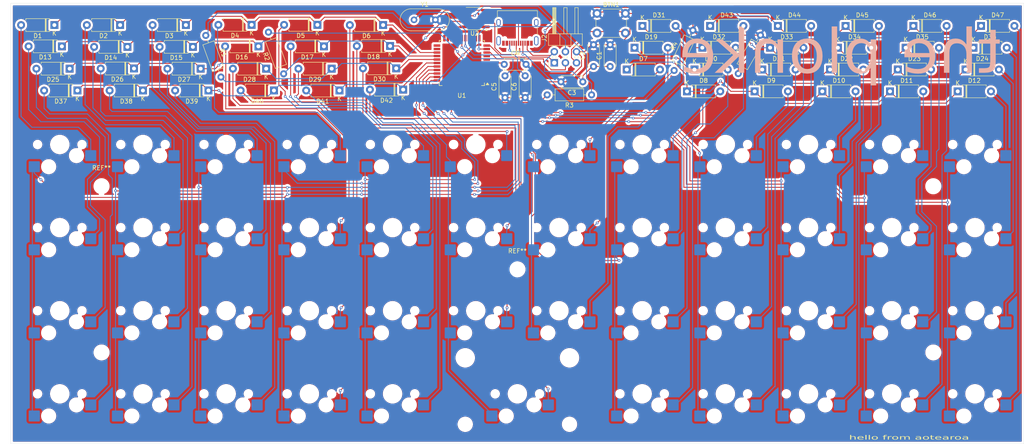
<source format=kicad_pcb>
(kicad_pcb (version 20240108) (generator "pcbnew") (generator_version "8.0")
  (layers (0 "F.Cu" signal) (31 "B.Cu" signal) (34 "B.Paste" user) (35 "F.Paste" user) (36 "B.SilkS" user "B.Silkscreen") (37 "F.SilkS" user "F.Silkscreen") (38 "B.Mask" user) (39 "F.Mask" user) (44 "Edge.Cuts" user))
  (net 0 "")
  (net 1 "GND")
  (net 2 "VBUS")
  (net 3 "Net-(U1-UCAP)")
  (net 4 "Net-(U1-XTAL1)")
  (net 5 "Net-(U1-XTAL2)")
  (net 6 "Net-(D1-A)")
  (net 7 "R1")
  (net 8 "Net-(D2-A)")
  (net 9 "Net-(D3-A)")
  (net 10 "Net-(D4-A)")
  (net 11 "Net-(D5-A)")
  (net 12 "Net-(D6-A)")
  (net 13 "Net-(D7-A)")
  (net 14 "Net-(D8-A)")
  (net 15 "Net-(D9-A)")
  (net 16 "Net-(D10-A)")
  (net 17 "Net-(D11-A)")
  (net 18 "Net-(D12-A)")
  (net 19 "Net-(D13-A)")
  (net 20 "R2")
  (net 21 "Net-(D14-A)")
  (net 22 "Net-(D15-A)")
  (net 23 "Net-(D16-A)")
  (net 24 "Net-(D17-A)")
  (net 25 "Net-(D18-A)")
  (net 26 "Net-(D19-A)")
  (net 27 "Net-(D20-A)")
  (net 28 "Net-(D21-A)")
  (net 29 "Net-(D22-A)")
  (net 30 "Net-(D23-A)")
  (net 31 "Net-(D24-A)")
  (net 32 "Net-(D25-A)")
  (net 33 "R3")
  (net 34 "Net-(D26-A)")
  (net 35 "Net-(D27-A)")
  (net 36 "Net-(D28-A)")
  (net 37 "Net-(D29-A)")
  (net 38 "Net-(D30-A)")
  (net 39 "Net-(D31-A)")
  (net 40 "Net-(D32-A)")
  (net 41 "Net-(D33-A)")
  (net 42 "Net-(D34-A)")
  (net 43 "Net-(D35-A)")
  (net 44 "Net-(D36-A)")
  (net 45 "R4")
  (net 46 "Net-(D37-A)")
  (net 47 "Net-(D38-A)")
  (net 48 "Net-(D39-A)")
  (net 49 "Net-(D40-A)")
  (net 50 "Net-(D41-A)")
  (net 51 "Net-(D42-A)")
  (net 52 "Net-(D44-A)")
  (net 53 "Net-(D45-A)")
  (net 54 "Net-(D46-A)")
  (net 55 "Net-(D47-A)")
  (net 57 "Net-(J1-CC1)")
  (net 62 "Net-(J1-D+-PadA6)")
  (net 64 "Net-(J1-D--PadA7)")
  (net 65 "Net-(J1-CC2)")
  (net 66 "MISO")
  (net 67 "RESET")
  (net 68 "SCL")
  (net 69 "MOSI")
  (net 70 "Net-(U1-D-)")
  (net 71 "D-")
  (net 72 "Net-(U1-D+)")
  (net 73 "D+")
  (net 74 "C1")
  (net 75 "C2")
  (net 76 "C3")
  (net 77 "C4")
  (net 78 "C5")
  (net 79 "C6")
  (net 80 "C7")
  (net 81 "C8")
  (net 82 "C9")
  (net 83 "C10")
  (net 84 "C11")
  (net 85 "C12")
  (net 94 "Net-(D43-A)")
  (footprint "Diode_THT:D_A-405_P7.62mm_Horizontal" (layer "F.Cu") (at 176.846 56.2)
    (property "Reference" "D19")
    (property "Value" "D")
  )
  (footprint "" (layer "F.Cu") (at 54.8 126.05)
    (property "Reference" "")
    (property "Value" "")
  )
  (footprint "Diode_THT:D_A-405_P7.62mm_Horizontal" (layer "F.Cu") (at 60.72 56 180)
    (property "Reference" "D14")
    (property "Value" "D")
  )
  (footprint "MountingHole:MountingHole_3.2mm_M3" (layer "F.Cu") (at 54.8 87.95)
    (property "Reference" "REF**")
    (property "Value" "MountingHole_3.2mm_M3")
  )
  (footprint "Diode_THT:D_A-405_P7.62mm_Horizontal" (layer "F.Cu") (at 94.276 66 180)
    (property "Reference" "D40")
    (property "Value" "D")
  )
  (footprint "Diode_THT:D_A-405_P7.62mm_Horizontal" (layer "F.Cu") (at 59.0552 51 180)
    (property "Reference" "D2")
    (property "Value" "D")
  )
  (footprint "MountingHole:MountingHole_3.2mm_M3" (layer "F.Cu") (at 150.05 107)
    (property "Reference" "REF**")
    (property "Value" "MountingHole_3.2mm_M3")
  )
  (footprint "Resistor_THT:R_Axial_DIN0207_L6.3mm_D2.5mm_P10.16mm_Horizontal" (layer "F.Cu") (at 167 67 180)
    (property "Reference" "R3")
    (property "Value" "22R")
  )
  (footprint "Diode_THT:D_A-405_P7.62mm_Horizontal" (layer "F.Cu") (at 77.498 61 180)
    (property "Reference" "D27")
    (property "Value" "D")
  )
  (footprint "Diode_THT:D_A-405_P7.62mm_Horizontal" (layer "F.Cu") (at 120.876 55.8 180)
    (property "Reference" "D18")
    (property "Value" "D")
  )
  (footprint "Diode_THT:D_A-405_P7.62mm_Horizontal" (layer "F.Cu") (at 219.841 66.19)
    (property "Reference" "D10")
    (property "Value" "D")
  )
  (footprint "Diode_THT:D_A-405_P7.62mm_Horizontal" (layer "F.Cu") (at 207.886 56.19)
    (property "Reference" "D33")
    (property "Value" "D")
  )
  (footprint "Capacitor_THT:C_Disc_D4.7mm_W2.5mm_P5.00mm" (layer "F.Cu") (at 147 60)
    (property "Reference" "C4")
    (property "Value" "1u")
  )
  (footprint "Crystal:Crystal_HC18-U_Vertical" (layer "F.Cu") (at 126.35 49.8)
    (property "Reference" "Y1")
    (property "Value" "Crystal_GND24_Small")
  )
  (footprint "Diode_THT:D_A-405_P7.62mm_Horizontal" (layer "F.Cu") (at 45.72 55.88 180)
    (property "Reference" "D13")
    (property "Value" "D")
  )
  (footprint "Connector_USB:USB_C_Receptacle_XKB_U262-16XN-4BVC11" (layer "F.Cu") (at 150.019899 51.5 180)
    (property "Reference" "J1")
    (property "Value" "USB_C_Receptacle_USB2.0_16P")
  )
  (footprint "Diode_THT:D_A-405_P7.62mm_Horizontal" (layer "F.Cu") (at 107.498 61 180)
    (property "Reference" "D29")
    (property "Value" "D")
  )
  (footprint "Diode_THT:D_A-405_P7.62mm_Horizontal" (layer "F.Cu") (at 237.126 61.19)
    (property "Reference" "D23")
    (property "Value" "D")
  )
  (footprint "Capacitor_THT:C_Disc_D4.7mm_W2.5mm_P5.00mm" (layer "F.Cu") (at 151.798059 67.62179 90)
    (property "Reference" "C6")
    (property "Value" "12pF")
  )
  (footprint "Diode_THT:D_A-405_P7.62mm_Horizontal" (layer "F.Cu") (at 188.846 66.2)
    (property "Reference" "D8")
    (property "Value" "D")
  )
  (footprint "Diode_THT:D_A-405_P7.62mm_Horizontal" (layer "F.Cu") (at 119.276 51 180)
    (property "Reference" "D6")
    (property "Value" "D")
  )
  (footprint "Diode_THT:D_A-405_P7.62mm_Horizontal" (layer "F.Cu") (at 206.086 61.2)
    (property "Reference" "D21")
    (property "Value" "D")
  )
  (footprint "Diode_THT:D_A-405_P7.62mm_Horizontal" (layer "F.Cu") (at 49.276 66 180)
    (property "Reference" "D37")
    (property "Value" "D")
  )
  (footprint "Package_SO:SOIC-8_3.9x4.9mm_P1.27mm" (layer "F.Cu") (at 140.225 49.505 180)
    (property "Reference" "U2")
    (property "Value" "USB6B1")
  )
  (footprint "Diode_THT:D_A-405_P7.62mm_Horizontal" (layer "F.Cu") (at 254.446 56.2)
    (property "Reference" "D36")
    (property "Value" "D")
  )
  (footprint "Resistor_THT:R_Axial_DIN0207_L6.3mm_D2.5mm_P10.16mm_Horizontal" (layer "F.Cu") (at 96.493463 62.173639 110)
    (property "Reference" "R2")
    (property "Value" "22R")
  )
  (footprint "" (layer "F.Cu") (at 245.2492 87.95)
    (property "Reference" "")
    (property "Value" "")
  )
  (footprint "Diode_THT:D_A-405_P7.62mm_Horizontal" (layer "F.Cu") (at 194.1548 51.19)
    (property "Reference" "D43")
    (property "Value" "D")
  )
  (footprint "Diode_THT:D_A-405_P7.62mm_Horizontal" (layer "F.Cu") (at 90.72 55.88 180)
    (property "Reference" "D16")
    (property "Value" "D")
  )
  (footprint "Connector_PinHeader_2.54mm:PinHeader_2x03_P2.54mm_Horizontal" (layer "F.Cu") (at 158.475 59.65 90)
    (property "Reference" "J2")
    (property "Value" "AVR-ISP-6")
  )
  (footprint "Package_QFP:TQFP-44_10x10mm_P0.8mm" (layer "F.Cu") (at 137.3 59.7 180)
    (property "Reference" "U1")
    (property "Value" "ATmega32U4-A")
  )
  (footprint "Diode_THT:D_A-405_P7.62mm_Horizontal" (layer "F.Cu") (at 89.1656 50.9492 180)
    (property "Reference" "D4")
    (property "Value" "D")
  )
  (footprint "Diode_THT:D_A-405_P7.62mm_Horizontal" (layer "F.Cu") (at 122.276 60.92 180)
    (property "Reference" "D30")
    (property "Value" "D")
  )
  (footprint "Diode_THT:D_A-405_P7.62mm_Horizontal" (layer "F.Cu") (at 238.926 56.2)
    (property "Reference" "D35")
    (property "Value" "D")
  )
  (footprint "Resistor_THT:R_Axial_DIN0207_L6.3mm_D2.5mm_P10.16mm_Horizontal" (layer "F.Cu") (at 185.909099 61.404044 65)
    (property "Reference" "R4")
    (property "Value" "5k1")
  )
  (footprint "Diode_THT:D_A-405_P7.62mm_Horizontal" (layer "F.Cu") (at 62.23 60.96 180)
    (property "Reference" "D26")
    (property "Value" "D")
  )
  (footprint "Diode_THT:D_A-405_P7.62mm_Horizontal" (layer "F.Cu") (at 64.276 66 180)
    (property "Reference" "D38")
    (property "Value" "D")
  )
  (footprint "Capacitor_THT:C_Disc_D4.7mm_W2.5mm_P5.00mm" (layer "F.Cu") (at 167.456 60.5 90)
    (property "Reference" "C2")
    (property "Value" "100nF")
  )
  (footprint "Resistor_THT:R_Axial_DIN0207_L6.3mm_D2.5mm_P10.16mm_Horizontal" (layer "F.Cu") (at 200.596 62.123409 60)
    (property "Reference" "R5")
    (property "Value" "5k1")
  )
  (footprint "Diode_THT:D_A-405_P7.62mm_Horizontal" (layer "F.Cu") (at 123.866 65.8 180)
    (property "Reference" "D42")
    (property "Value" "D")
  )
  (footprint "Capacitor_THT:C_Disc_D4.7mm_W2.5mm_P5.00mm" (layer "F.Cu") (at 147.183715 67.638153 90)
    (property "Reference" "C5")
    (property "Value" "12pF")
  )
  (footprint "Diode_THT:D_A-405_P7.62mm_Horizontal" (layer "F.Cu") (at 204.3435 66.19)
    (property "Reference" "D9")
    (property "Value" "D")
  )
  (footprint "Diode_THT:D_A-405_P7.62mm_Horizontal" (layer "F.Cu") (at 240.6812 51.19)
    (property "Reference" "D46")
    (property "Value" "D")
  )
  (footprint "Capacitor_THT:C_Disc_D4.7mm_W2.5mm_P5.00mm" (layer "F.Cu") (at 171.256 60.5 90)
    (property "Reference" "C1")
    (property "Value" "100nF")
  )
  (footprint "Diode_THT:D_A-405_P7.62mm_Horizontal" (layer "F.Cu") (at 209.6636 51.19)
    (property "Reference" "D44")
    (property "Value" "D")
  )
  (footprint "Button_Switch_THT:SW_PUSH_6mm" (layer "F.Cu") (at 168.251999 48.332)
    (property "Reference" "BTN1")
    (property "Value" "SW_Push")
  )
  (footprint "Diode_THT:D_A-405_P7.62mm_Horizontal" (layer "F.Cu") (at 178.636 51.2)
    (property "Reference" "D31")
    (property "Value" "D")
  )
  (footprint "Diode_THT:D_A-405_P7.62mm_Horizontal" (layer "F.Cu") (at 225.1724 51.2)
    (property "Reference" "D45")
    (property "Value" "D")
  )
  (footprint "Diode_THT:D_A-405_P7.62mm_Horizontal" (layer "F.Cu") (at 252.646 61.19)
    (property "Reference" "D24")
    (property "Value" "D")
  )
  (footprint "Diode_THT:D_A-405_P7.62mm_Horizontal" (layer "F.Cu") (at 105.72 55.88 180)
    (property "Reference" "D17")
    (property "Value" "D")
  )
  (footprint "Resistor_THT:R_Axial_DIN0207_L6.3mm_D2.5mm_P10.16mm_Horizontal" (layer "F.Cu") (at 78.668538 53.376362 -70)
    (property "Reference" "R1")
    (property "Value" "10k")
  )
  (footprint "Diode_THT:D_A-405_P7.62mm_Horizontal" (layer "F.Cu") (at 235.3385 66.2)
    (property "Reference" "D11")
    (property "Value" "D")
  )
  (footprint "Diode_THT:D_A-405_P7.62mm_Horizontal" (layer "F.Cu") (at 74.1104 51 180)
    (property "Reference" "D3")
    (property "Value" "D")
  )
  (footprint "Diode_THT:D_A-405_P7.62mm_Horizontal" (layer "F.Cu") (at 92.498 61 180)
    (property "Reference" "D28")
    (property "Value" "D")
  )
  (footprint "Diode_THT:D_A-405_P7.62mm_Horizontal" (layer "F.Cu") (at 104.2208 50.9492 180)
    (property "Reference" "D5")
    (property "Value" "D")
  )
  (footprint "Diode_THT:D_A-405_P7.62mm_Horizontal" (layer "F.Cu") (at 75.72 56 180)
    (property "Reference" "D15")
    (property "Value" "D")
  )
  (footprint "Diode_THT:D_A-405_P7.62mm_Horizontal" (layer "F.Cu") (at 256.19 51.19)
    (property "Reference" "D47")
    (property "Value" "D")
  )
  (footprint "Diode_THT:D_A-405_P7.62mm_Horizontal" (layer "F.Cu") (at 47.498 61 180)
    (property "Reference" "D25")
    (property "Value" "D")
  )
  (footprint "Diode_THT:D_A-405_P7.62mm_Horizontal" (layer "F.Cu") (at 250.836 66.2)
    (property "Reference" "D12")
    (property "Value" "D")
  )
  (footprint "Diode_THT:D_A-405_P7.62mm_Horizontal" (layer "F.Cu") (at 79.276 66 180)
    (property "Reference" "D39")
    (property "Value" "D")
  )
  (footprint "Capacitor_THT:C_Disc_D4.7mm_W2.5mm_P5.00mm" (layer "F.Cu") (at 165 64 180)
    (property "Reference" "C3")
    (property "Value" "100nF")
  )
  (footprint "Diode_THT:D_A-405_P7.62mm_Horizontal" (layer "F.Cu") (at 192.366 56.19)
    (property "Reference" "D32")
    (property "Value" "D")
  )
  (footprint "Diode_THT:D_A-405_P7.62mm_Horizontal" (layer "F.Cu") (at 221.606 61.19)
    (property "Reference" "D22")
    (property "Value" "D")
  )
  (footprint "Diode_THT:D_A-405_P7.62mm_Horizontal" (layer "F.Cu") (at 223.406 56.2)
    (property "Reference" "D34")
    (property "Value" "D")
  )
  (footprint "Diode_THT:D_A-405_P7.62mm_Horizontal" (layer "F.Cu") (at 175.056 61.2)
    (property "Reference" "D7")
    (property "Value" "D")
  )
  (footprint "Diode_THT:D_A-405_P7.62mm_Horizontal" (layer "F.Cu") (at 109.276 66 180)
    (property "Reference" "D41")
    (property "Value" "D")
  )
  (footprint "Diode_THT:D_A-405_P7.62mm_Horizontal" (layer "F.Cu") (at 190.566 61.2)
    (property "Reference" "D20")
    (property "Value" "D")
  )
  (footprint "Diode_THT:D_A-405_P7.62mm_Horizontal" (layer "F.Cu") (at 44 51 180)
    (property "Reference" "D1")
    (property "Value" "D")
  )
  (footprint "" (layer "F.Cu") (at 245.2492 126.05)
    (property "Reference" "")
    (property "Value" "")
  )
  (footprint "MX_Hotswap:MX-Hotswap-1U" (layer "B.Cu") (at 64.29 135.5348)
    (property "Reference" "SW38")
    (property "Value" "SW_Push")
  )
  (footprint "MX_Hotswap:MX-Hotswap-1U" (layer "B.Cu") (at 64.29 78.3848)
    (property "Reference" "SW2")
    (property "Value" "SW_Push")
  )
  (footprint "MX_Hotswap:MX-Hotswap-1U" (layer "B.Cu") (at 178.59 116.4848)
    (property "Reference" "SW32")
    (property "Value" "SW_Push")
  )
  (footprint "MX_Hotswap:MX-Hotswap-1U" (layer "B.Cu") (at 197.64 78.3848)
    (property "Reference" "SW9")
    (property "Value" "SW_Push")
  )
  (footprint "MX_Hotswap:MX-Hotswap-1U" (layer "B.Cu") (at 254.79 135.5348)
    (property "Reference" "SW47")
    (property "Value" "SW_Push")
  )
  (footprint "MX_Hotswap:MX-Hotswap-1U" (layer "B.Cu") (at 178.59 135.5348)
    (property "Reference" "SW43")
    (property "Value" "SW_Push")
  )
  (footprint "MX_Hotswap:MX-Hotswap-1U" (layer "B.Cu") (at 64.29 116.4848)
    (property "Reference" "SW26")
    (property "Value" "SW_Push")
  )
  (footprint "MX_Hotswap:MX-Hotswap-1U" (layer "B.Cu") (at 121.44 97.4348)
    (property "Reference" "SW17")
    (property "Value" "SW_Push")
  )
  (footprint "MX_Hotswap:MX-Hotswap-1U" (layer "B.Cu") (at 197.64 116.4848)
    (property "Reference" "SW33")
    (property "Value" "SW_Push")
  )
  (footprint "MX_Hotswap:MX-Hotswap-1U" (layer "B.Cu") (at 159.54 116.4848)
    (property "Reference" "SW31")
    (property "Value" "SW_Push")
  )
  (footprint "MX_Hotswap:MX-Hotswap-1U" (layer "B.Cu") (at 254.79 97.4348)
    (property "Reference" "SW24")
    (property "Value" "SW_Push")
  )
  (footprint "MX_Hotswap:MX-Hotswap-1U" (layer "B.Cu") (at 197.64 97.4348)
    (property "Reference" "SW21")
    (property "Value" "SW_Push")
  )
  (footprint "MX_Hotswap:MX-Hotswap-1U" (layer "B.Cu") (at 140.49 78.3848)
    (property "Reference" "SW6")
    (property "Value" "SW_Push")
  )
  (footprint "MX_Hotswap:MX-Hotswap-1U" (layer "B.Cu") (at 254.79 116.4848)
    (property "Reference" "SW36")
    (property "Value" "SW_Push")
  )
  (footprint "MX_Hotswap:MX-Hotswap-1U" (layer "B.Cu") (at 216.69 97.4348)
    (property "Reference" "SW22")
    (property "Value" "SW_Push")
  )
  (footprint "MX_Hotswap:MX-Hotswap-1U" (layer "B.Cu") (at 121.44 78.3848)
    (property "Reference" "SW5")
    (property "Value" "SW_Push")
  )
  (footprint "MX_Hotswap:MX-Hotswap-1U" (layer "B.Cu") (at 178.59 97.4348)
    (property "Reference" "SW20")
    (property "Value" "SW_Push")
  )
  (footprint "MX_Hotswap:MX-Hotswap-1U" (layer "B.Cu") (at 235.74 78.3848)
    (property "Reference" "SW11")
    (property "Value" "SW_Push")
  )
  (footprint "MX_Hotswap:MX-Hotswap-1U" (layer "B.Cu") (at 216.69 116.4848)
    (property "Reference" "SW34")
    (property "Value" "SW_Push")
  )
  (footprint "MX_Hotswap:MX-Hotswap-1U" (layer "B.Cu") (at 121.44 116.4848)
    (property "Reference" "SW29")
    (property "Value" "SW_Push")
  )
  (footprint "MX_Hotswap:MX-Hotswap-1U" (layer "B.Cu") (at 159.54 97.4348)
    (property "Reference" "SW19")
    (property "Value" "SW_Push")
  )
  (footprint "MX_Hotswap:MX-Hotswap-1U" (layer "B.Cu") (at 140.49 97.4348)
    (property "Reference" "SW18")
    (property "Value" "SW_Push")
  )
  (footprint "MX_Hotswap:MX-Hotswap-1U" (layer "B.Cu") (at 83.34 116.4848)
    (property "Reference" "SW27")
    (property "Value" "SW_Push")
  )
  (footprint "MX_Hotswap:MX-Hotswap-1U" (layer "B.Cu") (at 178.59 78.3848)
    (property "Reference" "SW8")
    (property "Value" "SW_Push")
  )
  (footprint "MX_Hotswap:MX-Hotswap-1U" (layer "B.Cu") (at 102.39 135.5348)
    (property "Reference" "SW40")
    (property "Value" "SW_Push")
  )
  (footprint "MX_Hotswap:MX-Hotswap-1U" (layer "B.Cu") (at 235.74 116.4848)
    (property "Reference" "SW35")
    (property "Value" "SW_Push")
  )
  (footprint "MX_Hotswap:MX-Hotswap-1U" (layer "B.Cu") (at 102.39 97.4348)
    (property "Reference" "SW16")
    (property "Value" "SW_Push")
  )
  (footprint "MX_Hotswap:MX-Hotswap-1U" (layer "B.Cu") (at 159.54 78.3848)
    (property "Reference" "SW7")
    (property "Value" "SW_Push")
  )
  (footprint "MX_Hotswap:MX-Hotswap-1U" (layer "B.Cu") (at 216.69 78.3848)
    (property "Reference" "SW10")
    (property "Value" "SW_Push")
  )
  (footprint "MX_Hotswap:MX-Hotswap-1U" (layer "B.Cu") (at 83.34 78.3848)
    (property "Reference" "SW3")
    (property "Value" "SW_Push")
  )
  (footprint "MX_Hotswap:MX-Hotswap-1U" (layer "B.Cu") (at 102.39 78.3848)
    (property "Reference" "SW4")
    (property "Value" "SW_Push")
  )
  (footprint "MX_Hotswap:MX-Hotswap-1U" (layer "B.Cu") (at 83.34 135.5348)
    (property "Reference" "SW39")
    (property "Value" "SW_Push")
  )
  (footprint "MX_Hotswap:MX-Hotswap-1U" (layer "B.Cu") (at 83.34 97.4348)
    (property "Reference" "SW15")
    (property "Value" "SW_Push")
  )
  (footprint "MX_Hotswap:MX-Hotswap-1U" (layer "B.Cu") (at 45.24 97.4348)
    (property "Reference" "SW13")
    (property "Value" "SW_Push")
  )
  (footprint "MX_Hotswap:MX-Hotswap-1U" (layer "B.Cu") (at 45.24 135.5348)
    (property "Reference" "SW37")
    (property "Value" "SW_Push")
  )
  (footprint "MX_Hotswap:MX-Hotswap-1U" (layer "B.Cu") (at 64.29 97.4348)
    (property "Reference" "SW14")
    (property "Value" "SW_Push")
  )
  (footprint "MX_Hotswap:MX-Hotswap-1U" (layer "B.Cu") (at 121.44 135.5348)
    (property "Reference" "SW41")
    (property "Value" "SW_Push")
  )
  (footprint "MX_Hotswap:MX-Hotswap-1U" (layer "B.Cu") (at 45.24 116.4848)
    (property "Reference" "SW25")
    (property "Value" "SW_Push")
  )
  (footprint "MX_Hotswap:MX-Hotswap-1U" (layer "B.Cu") (at 140.49 116.4848)
    (property "Reference" "SW30")
    (property "Value" "SW_Push")
  )
  (footprint "MX_Hotswap:MX-Hotswap-1U" (layer "B.Cu") (at 216.69 135.5348)
    (property "Reference" "SW45")
    (property "Value" "SW_Push")
  )
  (footprint "MX_Hotswap:MX-Hotswap-1U" (layer "B.Cu") (at 235.74 97.4348)
    (property "Reference" "SW23")
    (property "Value" "SW_Push")
  )
  (footprint "MX_Hotswap:MX-Hotswap-1U" (layer "B.Cu") (at 197.64 135.5348)
    (property "Reference" "SW44")
    (property "Value" "SW_Push")
  )
  (footprint "MX_Hotswap:MX-Hotswap-1U" (layer "B.Cu") (at 45.24 78.3848)
    (property "Reference" "SW1")
    (property "Value" "SW_Push")
  )
  (footprint "MX_Hotswap:MX-Hotswap-1U" (layer "B.Cu") (at 235.74 135.5348)
    (property "Reference" "SW46")
    (property "Value" "SW_Push")
  )
  (footprint "MX_Hotswap:MX-Hotswap-1U" (layer "B.Cu") (at 254.79 78.3848)
    (property "Reference" "SW12")
    (property "Value" "SW_Push")
  )
  (footprint "MX_Hotswap:MX-Hotswap-1U" (layer "B.Cu") (at 102.39 116.4848)
    (property "Reference" "SW28")
    (property "Value" "SW_Push")
  )
  (footprint "MX_Hotswap:MX-Hotswap-2U" (layer "B.Cu") (at 150.015 135.5348)
    (property "Reference" "SW42")
    (property "Value" "SW_Push")
  )
  (gr_rect (start 34 46) (end 266 147) (stroke (width 0.05)) (fill none) (layer "Edge.Cuts"))
  (gr_text "the plonke " (at 260.8448 63.6422 0) (layer "B.SilkS") (effects (font (size 10 10) (thickness 0.1)) (justify left bottom mirror)))
  (gr_text "hello from aotearoa" (at 225.9452 146.1922 0) (layer "F.SilkS") (effects (font (size 1 2) (thickness 0.1)) (justify left bottom)))
  (segment (start 133.45 47.6) (end 131.25 49.8) (width 0.2) (layer "F.Cu") (net 1))
  (segment (start 164.705 58.26) (end 163.555 57.11) (width 0.2) (layer "F.Cu") (net 1))
  (segment (start 164.705 60.42637) (end 164.705 58.26) (width 0.2) (layer "F.Cu") (net 1))
  (segment (start 151.781696 67.638153) (end 151.798059 67.62179) (width 0.2) (layer "F.Cu") (net 1))
  (segment (start 163.555 57.11) (end 165.39 57.11) (width 0.2) (layer "F.Cu") (net 1))
  (segment (start 191.331534 53.32459) (end 190.202901 52.195957) (width 0.2) (layer "F.Cu") (net 1))
  (segment (start 174.751999 48.332) (end 189.426 48.332) (width 0.2) (layer "F.Cu") (net 1))
  (segment (start 137.75 47.6) (end 133.45 47.6) (width 0.2) (layer "F.Cu") (net 1))
  (segment (start 175.8 53.038479) (end 175.8 49.3) (width 0.2) (layer "F.Cu") (net 1))
  (segment (start 155.419849 63.419849) (end 155.419849 64) (width 0.2) (layer "F.Cu") (net 1))
  (segment (start 160 64) (end 161.13137 64) (width 0.2) (layer "F.Cu") (net 1))
  (segment (start 189.426 48.332) (end 190.202901 49.108901) (width 0.2) (layer "F.Cu") (net 1))
  (segment (start 171 55.5) (end 167 55.5) (width 0.2) (layer "F.Cu") (net 1))
  (segment (start 161.13137 64) (end 164.705 60.42637) (width 0.2) (layer "F.Cu") (net 1))
  (segment (start 173.338479 55.5) (end 175.8 53.038479) (width 0.2) (layer "F.Cu") (net 1))
  (segment (start 205.676001 53.32459) (end 191.331534 53.32459) (width 0.2) (layer "F.Cu") (net 1))
  (segment (start 175.8 49.3) (end 174.5 48) (width 0.2) (layer "F.Cu") (net 1))
  (segment (start 155.419849 64) (end 160 64) (width 0.2) (layer "F.Cu") (net 1))
  (segment (start 137.75 47.6) (end 142.7 47.6) (width 0.2) (layer "F.Cu") (net 1))
  (segment (start 152 60) (end 155.419849 63.419849) (width 0.2) (layer "F.Cu") (net 1))
  (segment (start 145.95 47.6) (end 142.7 47.6) (width 0.2) (layer "F.Cu") (net 1))
  (segment (start 190.202901 49.108901) (end 190.202901 52.195957) (width 0.2) (layer "F.Cu") (net 1))
  (segment (start 165.39 57.11) (end 167 55.5) (width 0.2) (layer "F.Cu") (net 1))
  (segment (start 171 55.5) (end 173.338479 55.5) (width 0.2) (layer "F.Cu") (net 1))
  (segment (start 151.798059 67.62179) (end 155.419849 64) (width 0.2) (layer "F.Cu") (net 1))
  (segment (start 147.183715 67.638153) (end 151.781696 67.638153) (width 0.2) (layer "F.Cu") (net 1))
  (segment (start 174.5 48) (end 168 48) (width 0.2) (layer "F.Cu") (net 1))
  (segment (start 192.834999 54.840793) (end 192.592103 54.597897) (width 0.2) (layer "B.Cu") (net 1))
  (segment (start 153.5552 57.96) (end 157.625 57.96) (width 0.2) (layer "F.Cu") (net 2))
  (segment (start 152.269899 55.17) (end 152.269899 56.674699) (width 0.2) (layer "F.Cu") (net 2))
  (segment (start 152.269899 56.674699) (end 153.5552 57.96) (width 0.2) (layer "F.Cu") (net 2))
  (segment (start 157.625 57.96) (end 158.475 57.11) (width 0.2) (layer "F.Cu") (net 2))
  (segment (start 167 60.5) (end 167 60.65) (width 0.2) (layer "F.Cu") (net 2))
  (segment (start 137.75 51.41) (end 133.29 51.41) (width 0.2) (layer "F.Cu") (net 2))
  (segment (start 165 64) (end 165 64.3) (width 0.2) (layer "F.Cu") (net 2))
  (segment (start 167 60.65) (end 165 62.65) (width 0.2) (layer "F.Cu") (net 2))
  (segment (start 165 62.65) (end 165 64) (width 0.2) (layer "F.Cu") (net 2))
  (segment (start 142.7 51.41) (end 138.14 51.41) (width 0.2) (layer "F.Cu") (net 2))
  (segment (start 171 60.5) (end 167 60.5) (width 0.2) (layer "F.Cu") (net 2))
  (segment (start 165 64.3) (end 164.95 64.35) (width 0.2) (layer "F.Cu") (net 2))
  (segment (start 133.29 51.41) (end 133.15 51.55) (width 0.2) (layer "F.Cu") (net 2))
  (via (at 133.15 51.55) (size 0.6) (drill 0.3) (layers "F.Cu" "B.Cu") (net 2))
  (segment (start 121.5 48.25) (end 81.3956 48.25) (width 0.2) (layer "B.Cu") (net 2))
  (segment (start 165 64) (end 162.65 61.65) (width 0.2) (layer "B.Cu") (net 2))
  (segment (start 79.195795 52.849105) (end 78.668538 53.376362) (width 0.2) (layer "B.Cu") (net 2))
  (segment (start 156.25 59.335) (end 158.475 57.11) (width 0.2) (layer "B.Cu") (net 2))
  (segment (start 79.195795 50.449805) (end 79.195795 52.849105) (width 0.2) (layer "B.Cu") (net 2))
  (segment (start 124.8 51.55) (end 121.5 48.25) (width 0.2) (layer "B.Cu") (net 2))
  (segment (start 133.15 51.55) (end 124.8 51.55) (width 0.2) (layer "B.Cu") (net 2))
  (segment (start 162.65 61.65) (end 156.25 61.65) (width 0.2) (layer "B.Cu") (net 2))
  (segment (start 81.3956 48.25) (end 79.195795 50.449805) (width 0.2) (layer "B.Cu") (net 2))
  (segment (start 156.25 61.65) (end 156.25 59.335) (width 0.2) (layer "B.Cu") (net 2))
  (segment (start 147 60) (end 146.7 59.7) (width 0.2) (layer "F.Cu") (net 3))
  (segment (start 146.7 59.7) (end 143 59.7) (width 0.2) (layer "F.Cu") (net 3))
  (segment (start 137.3 56.15) (end 137.3 54) (width 0.2) (layer "F.Cu") (net 4))
  (via (at 137.3 56.15) (size 0.6) (drill 0.3) (layers "F.Cu" "B.Cu") (net 4))
  (segment (start 139.85 58.7) (end 137.3 56.15) (width 0.2) (layer "B.Cu") (net 4))
  (segment (start 149 60.821868) (end 149 58.7) (width 0.2) (layer "B.Cu") (net 4))
  (segment (start 149 58.7) (end 139.85 58.7) (width 0.2) (layer "B.Cu") (net 4))
  (segment (start 147.183715 62.638153) (end 149 60.821868) (width 0.2) (layer "B.Cu") (net 4))
  (segment (start 138.1 55.8) (end 138.1 54) (width 0.2) (layer "F.Cu") (net 5))
  (via (at 138.1 55.8) (size 0.6) (drill 0.3) (layers "F.Cu" "B.Cu") (net 5))
  (segment (start 134 48.1) (end 138.1 52.2) (width 0.2) (layer "B.Cu") (net 5))
  (segment (start 151.798059 62.62179) (end 150.05 60.873731) (width 0.2) (layer "B.Cu") (net 5))
  (segment (start 140.15 57.85) (end 138.1 55.8) (width 0.2) (layer "B.Cu") (net 5))
  (segment (start 150.05 58.55) (end 149.35 57.85) (width 0.2) (layer "B.Cu") (net 5))
  (segment (start 150.05 60.8) (end 150.05 58.55) (width 0.2) (layer "B.Cu") (net 5))
  (segment (start 150.05 60.873731) (end 150.05 60.8) (width 0.2) (layer "B.Cu") (net 5))
  (segment (start 126.35 49.8) (end 128.05 48.1) (width 0.2) (layer "B.Cu") (net 5))
  (segment (start 149.35 57.85) (end 140.15 57.85) (width 0.2) (layer "B.Cu") (net 5))
  (segment (start 138.1 52.2) (end 138.1 55.8) (width 0.2) (layer "B.Cu") (net 5))
  (segment (start 128.05 48.1) (end 134 48.1) (width 0.2) (layer "B.Cu") (net 5))
  (segment (start 38.862 74.422) (end 49.53 74.422) (width 0.2) (layer "B.Cu") (net 6))
  (segment (start 49.53 74.422) (end 52.325 77.217) (width 0.2) (layer "B.Cu") (net 6))
  (segment (start 36.38 71.94) (end 38.862 74.422) (width 0.2) (layer "B.Cu") (net 6))
  (segment (start 36.38 51) (end 36.38 71.94) (width 0.2) (layer "B.Cu") (net 6))
  (segment (start 52.325 77.217) (end 52.325 80.9248) (width 0.2) (layer "B.Cu") (net 6))
  (segment (start 104.2208 50.9492) (end 104.2208 50.8352) (width 0.2) (layer "F.Cu") (net 7))
  (segment (start 235.3385 66.2) (end 238.0385 68.9) (width 0.2) (layer "F.Cu") (net 7))
  (segment (start 44 51) (end 44.056 51) (width 0.2) (layer "F.Cu") (net 7))
  (segment (start 127.782 57.3) (end 121.482 51) (width 0.2) (layer "F.Cu") (net 7))
  (segment (start 105.856 49.2) (end 117.5268 49.2) (width 0.2) (layer "F.Cu") (net 7))
  (segment (start 117.5268 49.2) (end 119.276 50.9492) (width 0.2) (layer "F.Cu") (net 7))
  (segment (start 57.0552 49) (end 59.0552 51) (width 0.2) (layer "F.Cu") (net 7))
  (segment (start 86.856 49) (end 88.8052 50.9492) (width 0.2) (layer "F.Cu") (net 7))
  (segment (start 74.1104 51) (end 76.1104 49) (width 0.2) (layer "F.Cu") (net 7))
  (segment (start 104.2208 50.8352) (end 105.856 49.2) (width 0.2) (layer "F.Cu") (net 7))
  (segment (start 59.0552 51) (end 61.0552 49) (width 0.2) (layer "F.Cu") (net 7))
  (segment (start 61.0552 49) (end 72.1104 49) (width 0.2) (layer "F.Cu") (net 7))
  (segment (start 222.5002 68.8492) (end 232.6893 68.8492) (width 0.2) (layer "F.Cu") (net 7))
  (segment (start 238.0385 68.9) (end 248.136 68.9) (width 0.2) (layer "F.Cu") (net 7))
  (segment (start 90.9148 49.2) (end 102.4716 49.2) (width 0.2) (layer "F.Cu") (net 7))
  (segment (start 46.056 49) (end 57.0552 49) (width 0.2) (layer "F.Cu") (net 7))
  (segment (start 44.056 51) (end 46.056 49) (width 0.2) (layer "F.Cu") (net 7))
  (segment (start 232.6893 68.8492) (end 235.3385 66.2) (width 0.2) (layer "F.Cu") (net 7))
  (segment (start 76.1104 49) (end 86.856 49) (width 0.2) (layer "F.Cu") (net 7))
  (segment (start 188.846 66.2) (end 188.846 62.5348) (width 0.2) (layer "F.Cu") (net 7))
  (segment (start 204.3435 66.19) (end 207.1297 68.9762) (width 0.2) (layer "F.Cu") (net 7))
  (segment (start 207.1297 68.9762) (end 217.0548 68.9762) (width 0.2) (layer "F.Cu") (net 7))
  (segment (start 217.0548 68.9762) (end 219.841 66.19) (width 0.2) (layer "F.Cu") (net 7))
  (segment (start 121.482 51) (end 119.276 51) (width 0.2) (layer "F.Cu") (net 7))
  (segment (start 248.136 68.9) (end 250.836 66.2) (width 0.2) (layer "F.Cu") (net 7))
  (segment (start 88.8052 50.9492) (end 89.1656 50.9492) (width 0.2) (layer "F.Cu") (net 7))
  (segment (start 131.6 57.3) (end 127.782 57.3) (width 0.2) (layer "F.Cu") (net 7))
  (segment (start 102.4716 49.2) (end 104.2208 50.9492) (width 0.2) (layer "F.Cu") (net 7))
  (segment (start 89.1656 50.9492) (end 90.9148 49.2) (width 0.2) (layer "F.Cu") (net 7))
  (segment (start 198.902 66.19) (end 204.3435 66.19) (width 0.2) (layer "F.Cu") (net 7))
  (segment (start 219.841 66.19) (end 222.5002 68.8492) (width 0.2) (layer "F.Cu") (net 7))
  (segment (start 72.1104 49) (end 74.1104 51) (width 0.2) (layer "F.Cu") (net 7))
  (segment (start 196.532 63.82) (end 198.902 66.19) (width 0.2) (layer "F.Cu") (net 7))
  (segment (start 188.846 62.5348) (end 185.8132 59.502) (width 0.2) (layer "F.Cu") (net 7))
  (via (at 185.8132 59.502) (size 0.6) (drill 0.3) (layers "F.Cu" "B.Cu") (net 7))
  (via (at 196.532 63.82) (size 0.6) (drill 0.3) (layers "F.Cu" "B.Cu") (net 7))
  (segment (start 188.846 66.2) (end 194.152 66.2) (width 0.2) (layer "B.Cu") (net 7))
  (segment (start 176.754 59.502) (end 175.056 61.2) (width 0.2) (layer "B.Cu") (net 7))
  (segment (start 185.8132 59.502) (end 176.754 59.502) (width 0.2) (layer "B.Cu") (net 7))
  (segment (start 194.152 66.2) (end 196.532 63.82) (width 0.2) (layer "B.Cu") (net 7))
  (segment (start 51.054 69.23) (end 55.684 73.86) (width 0.2) (layer "B.Cu") (net 8))
  (segment (start 71.432 76.908) (end 71.375 76.965) (width 0.2) (layer "B.Cu") (net 8))
  (segment (start 71.375 76.965) (end 71.375 80.9248) (width 0.2) (layer "B.Cu") (net 8))
  (segment (start 55.684 73.86) (end 68.384 73.86) (width 0.2) (layer "B.Cu") (net 8))
  (segment (start 68.384 73.86) (end 71.432 76.908) (width 0.2) (layer "B.Cu") (net 8))
  (segment (start 51.054 51) (end 51.054 69.23) (width 0.2) (layer "B.Cu") (net 8))
  (segment (start 66.38 65.252) (end 76.512 75.384) (width 0.2) (layer "B.Cu") (net 9))
  (segment (start 90.425 77.105) (end 90.425 80.9248) (width 0.2) (layer "B.Cu") (net 9))
  (segment (start 88.704 75.384) (end 90.425 77.105) (width 0.2) (layer "B.Cu") (net 9))
  (segment (start 66.38 51) (end 66.38 65.252) (width 0.2) (layer "B.Cu") (net 9))
  (segment (start 76.512 75.384) (end 88.704 75.384) (width 0.2) (layer "B.Cu") (net 9))
  (segment (start 81.38 59.276) (end 80.656 60) (width 0.2) (layer "B.Cu") (net 10))
  (segment (start 80.656 70) (end 81.656 71) (width 0.2) (layer "B.Cu") (net 10))
  (segment (start 109.475 76.219) (end 109.475 80.9248) (width 0.2) (layer "B.Cu") (net 10))
  (segment (start 81.38 50.9492) (end 81.38 59.276) (width 0.2) (layer "B.Cu") (net 10))
  (segment (start 81.656 71) (end 104.256 71) (width 0.2) (layer "B.Cu") (net 10))
  (segment (start 104.256 71) (end 109.475 76.219) (width 0.2) (layer "B.Cu") (net 10))
  (segment (start 80.656 60) (end 80.656 70) (width 0.2) (layer "B.Cu") (net 10))
  (segment (start 95.393463 64.737463) (end 96.856 66.2) (width 0.2) (layer "F.Cu") (net 11))
  (segment (start 96.856 66.2) (end 96.856 67.4) (width 0.2) (layer "F.Cu") (net 11))
  (segment (start 95.393463 52.211737) (end 95.393463 64.737463) (width 0.2) (layer "F.Cu") (net 11))
  (segment (start 96.656 50.9492) (end 95.393463 52.211737) (width 0.2) (layer "F.Cu") (net 11))
  (via (at 96.856 67.4) (size 0.6) (drill 0.3) (layers "F.Cu" "B.Cu") (net 11))
  (segment (start 128.525 78.691471) (end 128.525 80.9248) (width 0.2) (layer "B.Cu") (net 11))
  (segment (start 96.856 67.4) (end 99.456 70) (width 0.2) (layer "B.Cu") (net 11))
  (segment (start 124.433529 74.6) (end 128.525 78.691471) (width 0.2) (layer "B.Cu") (net 11))
  (segment (start 114.256 70) (end 118.856 74.6) (width 0.2) (layer "B.Cu") (net 11))
  (segment (start 99.456 70) (end 114.256 70) (width 0.2) (layer "B.Cu") (net 11))
  (segment (start 118.856 74.6) (end 124.433529 74.6) (width 0.2) (layer "B.Cu") (net 11))
  (segment (start 111.656 50.9492) (end 111.656 71.2) (width 0.2) (layer "F.Cu") (net 12))
  (segment (start 115.856 75.4) (end 147.656 75.4) (width 0.2) (layer "F.Cu") (net 12))
  (segment (start 112.856 72.4) (end 115.856 75.4) (width 0.2) (layer "F.Cu") (net 12))
  (segment (start 111.656 71.2) (end 112.856 72.4) (width 0.2) (layer "F.Cu") (net 12))
  (via (at 147.656 75.4) (size 0.6) (drill 0.3) (layers "F.Cu" "B.Cu") (net 12))
  (segment (start 147.575 75.481) (end 147.575 80.9248) (width 0.2) (layer "B.Cu") (net 12))
  (segment (start 147.656 75.4) (end 147.575 75.481) (width 0.2) (layer "B.Cu") (net 12))
  (segment (start 182.676 61.2) (end 166.6448 77.2312) (width 0.2) (layer "F.Cu") (net 13))
  (segment (start 166.6448 77.2312) (end 166.6362 77.2312) (width 0.2) (layer "F.Cu") (net 13))
  (via (at 166.6362 77.2312) (size 0.6) (drill 0.3) (layers "F.Cu" "B.Cu") (net 13))
  (segment (start 166.625 77.2424) (end 166.625 80.9248) (width 0.2) (layer "B.Cu") (net 13))
  (segment (start 166.6362 77.2312) (end 166.625 77.2424) (width 0.2) (layer "B.Cu") (net 13))
  (segment (start 196.466 66.2) (end 185.675 76.991) (width 0.2) (layer "B.Cu") (net 14))
  (segment (start 185.675 76.991) (end 185.675 80.9248) (width 0.2) (layer "B.Cu") (net 14))
  (segment (start 211.9635 66.19) (end 211.9635 69.4451) (width 0.2) (layer "B.Cu") (net 15))
  (segment (start 204.725 76.6836) (end 204.725 80.9248) (width 0.2) (layer "B.Cu") (net 15))
  (segment (start 211.9635 69.4451) (end 204.725 76.6836) (width 0.2) (layer "B.Cu") (net 15))
  (segment (start 227.461 72.9468) (end 223.775 76.6328) (width 0.2) (layer "B.Cu") (net 16))
  (segment (start 227.461 66.19) (end 227.461 72.9468) (width 0.2) (layer "B.Cu") (net 16))
  (segment (start 223.775 76.6328) (end 223.775 80.9248) (width 0.2) (layer "B.Cu") (net 16))
  (segment (start 242.9585 80.7913) (end 242.825 80.9248) (width 0.2) (layer "B.Cu") (net 17))
  (segment (start 242.9585 66.2) (end 242.9585 80.7913) (width 0.2) (layer "B.Cu") (net 17))
  (segment (start 258.456 66.2) (end 261.875 69.619) (width 0.2) (layer "B.Cu") (net 18))
  (segment (start 261.875 69.619) (end 261.875 80.9248) (width 0.2) (layer "B.Cu") (net 18))
  (segment (start 50.8 73.152) (end 54.356 76.708) (width 0.2) (layer "B.Cu") (net 19))
  (segment (start 40.894 73.152) (end 50.8 73.152) (width 0.2) (layer "B.Cu") (net 19))
  (segment (start 54.356 95.443) (end 54.356 97.9438) (width 0.2) (layer "B.Cu") (net 19))
  (segment (start 54.356 97.9438) (end 52.325 99.9748) (width 0.2) (layer "B.Cu") (net 19))
  (segment (start 54.356 83.5812) (end 51.5742 86.363) (width 0.2) (layer "B.Cu") (net 19))
  (segment (start 54.356 76.708) (end 54.356 83.5812) (width 0.2) (layer "B.Cu") (net 19))
  (segment (start 51.5742 92.6612) (end 54.356 95.443) (width 0.2) (layer "B.Cu") (net 19))
  (segment (start 38.1 70.358) (end 40.894 73.152) (width 0.2) (layer "B.Cu") (net 19))
  (segment (start 38.1 55.626) (end 38.1 70.358) (width 0.2) (layer "B.Cu") (net 19))
  (segment (start 51.5742 86.363) (end 51.5742 92.6612) (width 0.2) (layer "B.Cu") (net 19))
  (segment (start 249.9736 63.7692) (end 239.7052 63.7692) (width 0.2) (layer "F.Cu") (net 20))
  (segment (start 89.52 54.68) (end 90.72 55.88) (width 0.2) (layer "F.Cu") (net 20))
  (segment (start 221.2346 61.19) (end 218.0712 64.3534) (width 0.2) (layer "F.Cu") (net 20))
  (segment (start 221.606 61.19) (end 221.2346 61.19) (width 0.2) (layer "F.Cu") (net 20))
  (segment (start 252.646 61.19) (end 252.5528 61.19) (width 0.2) (layer "F.Cu") (net 20))
  (segment (start 186.8038 58.5622) (end 189.4416 61.2) (width 0.2) (layer "F.Cu") (net 20))
  (segment (start 218.0712 64.3534) (end 209.2394 64.3534) (width 0.2) (layer "F.Cu") (net 20))
  (segment (start 122.853 55.8) (end 120.876 55.8) (width 0.2) (layer "F.Cu") (net 20))
  (segment (start 234.5468 63.7692) (end 224.1852 63.7692) (width 0.2) (layer "F.Cu") (net 20))
  (segment (start 209.2394 64.3534) (end 206.086 61.2) (width 0.2) (layer "F.Cu") (net 20))
  (segment (start 75.72 56) (end 77.04 54.68) (width 0.2) (layer "F.Cu") (net 20))
  (segment (start 46.8 54.8) (end 59.52 54.8) (width 0.2) (layer "F.Cu") (net 20))
  (segment (start 237.126 61.19) (end 234.5468 63.7692) (width 0.2) (layer "F.Cu") (net 20))
  (segment (start 77.04 54.68) (end 89.52 54.68) (width 0.2) (layer "F.Cu") (net 20))
  (segment (start 74.52 54.8) (end 75.72 56) (width 0.2) (layer "F.Cu") (net 20))
  (segment (start 59.52 54.8) (end 60.72 56) (width 0.2) (layer "F.Cu") (net 20))
  (segment (start 45.72 55.88) (end 46.8 54.8) (width 0.2) (layer "F.Cu") (net 20))
  (segment (start 125.153 58.1) (end 122.853 55.8) (width 0.2) (layer "F.Cu") (net 20))
  (segment (start 131.6 58.1) (end 125.153 58.1) (width 0.2) (layer "F.Cu") (net 20))
  (segment (start 60.72 56) (end 61.92 54.8) (width 0.2) (layer "F.Cu") (net 20))
  (segment (start 239.7052 63.7692) (end 237.126 61.19) (width 0.2) (layer "F.Cu") (net 20))
  (segment (start 252.5528 61.19) (end 249.9736 63.7692) (width 0.2) (layer "F.Cu") (net 20))
  (segment (start 224.1852 63.7692) (end 221.606 61.19) (width 0.2) (layer "F.Cu") (net 20))
  (segment (start 61.92 54.8) (end 74.52 54.8) (width 0.2) (layer "F.Cu") (net 20))
  (segment (start 186.3466 58.5622) (end 186.8038 58.5622) (width 0.2) (layer "F.Cu") (net 20))
  (segment (start 189.4416 61.2) (end 190.566 61.2) (width 0.2) (layer "F.Cu") (net 20))
  (via (at 186.3466 58.5622) (size 0.6) (drill 0.3) (layers "F.Cu" "B.Cu") (net 20))
  (segment (start 119.676 54.68) (end 120.876 55.88) (width 0.2) (layer "B.Cu") (net 20))
  (segment (start 90.72 55.88) (end 91.92 54.68) (width 0.2) (layer "B.Cu") (net 20))
  (segment (start 106.92 54.68) (end 119.676 54.68) (width 0.2) (layer "B.Cu") (net 20))
  (segment (start 91.92 54.68) (end 104.52 54.68) (width 0.2) (layer "B.Cu") (net 20))
  (segment (start 104.52 54.68) (end 105.72 55.88) (width 0.2) (layer "B.Cu") (net 20))
  (segment (start 105.72 55.88) (end 106.92 54.68) (width 0.2) (layer "B.Cu") (net 20))
  (segment (start 176.846 56.2) (end 179.2082 58.5622) (width 0.2) (layer "B.Cu") (net 20))
  (segment (start 179.2082 58.5622) (end 186.3466 58.5622) (width 0.2) (layer "B.Cu") (net 20))
  (segment (start 52.832 69.992) (end 55.684 72.844) (width 0.2) (layer "B.Cu") (net 21))
  (segment (start 55.684 72.844) (end 68.892 72.844) (width 0.2) (layer "B.Cu") (net 21))
  (segment (start 68.892 72.844) (end 73.464 77.416) (width 0.2) (layer "B.Cu") (net 21))
  (segment (start 73.464 77.416) (end 73.464 97.8858) (width 0.2) (layer "B.Cu") (net 21))
  (segment (start 52.832 56) (end 52.832 69.992) (width 0.2) (layer "B.Cu") (net 21))
  (segment (start 73.464 97.8858) (end 71.375 99.9748) (width 0.2) (layer "B.Cu") (net 21))
  (segment (start 89.1612 74.7744) (end 92.4632 78.0764) (width 0.2) (layer "B.Cu") (net 22))
  (segment (start 68.1 66.0068) (end 76.8676 74.7744) (width 0.2) (layer "B.Cu") (net 22))
  (segment (start 68.1 56) (end 68.1 66.0068) (width 0.2) (layer "B.Cu") (net 22))
  (segment (start 92.4632 78.0764) (end 92.4632 97.9366) (width 0.2) (layer "B.Cu") (net 22))
  (segment (start 92.4632 97.9366) (end 90.425 99.9748) (width 0.2) (layer "B.Cu") (net 22))
  (segment (start 76.8676 74.7744) (end 89.1612 74.7744) (width 0.2) (layer "B.Cu") (net 22))
  (segment (start 111.456 94) (end 109.656 95.8) (width 0.2) (layer "F.Cu") (net 23))
  (segment (start 83.243463 70.187463) (end 83.256 70.2) (width 0.2) (layer "F.Cu") (net 23))
  (segment (start 83.256 70.2) (end 104.056 70.2) (width 0.2) (layer "F.Cu") (net 23))
  (segment (start 104.056 70.2) (end 111.456 77.6) (width 0.2) (layer "F.Cu") (net 23))
  (segment (start 83.243463 56.023463) (end 83.243463 70.187463) (width 0.2) (layer "F.Cu") (net 23))
  (segment (start 83.1 55.88) (end 83.243463 56.023463) (width 0.2) (layer "F.Cu") (net 23))
  (segment (start 111.456 77.6) (end 111.456 94) (width 0.2) (layer "F.Cu") (net 23))
  (via (at 109.656 95.8) (size 0.6) (drill 0.3) (layers "F.Cu" "B.Cu") (net 23))
  (segment (start 109.656 95.8) (end 109.475 95.981) (width 0.2) (layer "B.Cu") (net 23))
  (segment (start 109.475 95.981) (end 109.475 99.9748) (width 0.2) (layer "B.Cu") (net 23))
  (segment (start 98.1 67.356) (end 98.056 67.4) (width 0.2) (layer "F.Cu") (net 24))
  (segment (start 98.1 55.88) (end 98.1 67.356) (width 0.2) (layer "F.Cu") (net 24))
  (via (at 98.056 67.4) (size 0.6) (drill 0.3) (layers "F.Cu" "B.Cu") (net 24))
  (segment (start 130.656 79) (end 130.656 97.8438) (width 0.2) (layer "B.Cu") (net 24))
  (segment (start 98.056 67.4) (end 100.056 69.4) (width 0.2) (layer "B.Cu") (net 24))
  (segment (start 100.056 69.4) (end 114.456 69.4) (width 0.2) (layer "B.Cu") (net 24))
  (segment (start 125.656 74) (end 130.656 79) (width 0.2) (layer "B.Cu") (net 24))
  (segment (start 114.456 69.4) (end 119.056 74) (width 0.2) (layer "B.Cu") (net 24))
  (segment (start 130.656 97.8438) (end 128.525 99.9748) (width 0.2) (layer "B.Cu") (net 24))
  (segment (start 119.056 74) (end 125.656 74) (width 0.2) (layer "B.Cu") (net 24))
  (segment (start 149.656 95) (end 147.656 97) (width 0.2) (layer "F.Cu") (net 25))
  (segment (start 113.256 55.88) (end 113.256 60.2) (width 0.2) (layer "F.Cu") (net 25))
  (segment (start 114.056 72.4) (end 116.256 74.6) (width 0.2) (layer "F.Cu") (net 25))
  (segment (start 113.256 60.2) (end 113.256 71.6) (width 0.2) (layer "F.Cu") (net 25))
  (segment (start 113.256 71.6) (end 114.056 72.4) (width 0.2) (layer "F.Cu") (net 25))
  (segment (start 149.656 74.6) (end 149.656 95) (width 0.2) (layer "F.Cu") (net 25))
  (segment (start 116.256 74.6) (end 149.656 74.6) (width 0.2) (layer "F.Cu") (net 25))
  (via (at 147.656 97) (size 0.6) (drill 0.3) (layers "F.Cu" "B.Cu") (net 25))
  (segment (start 147.656 97) (end 147.656 97.6) (width 0.2) (layer "B.Cu") (net 25))
  (segment (start 147.656 97.6) (end 147.575 97.681) (width 0.2) (layer "B.Cu") (net 25))
  (segment (start 147.575 97.681) (end 147.575 99.9748) (width 0.2) (layer "B.Cu") (net 25))
  (segment (start 184.466 65.3196) (end 181.038 68.7476) (width 0.2) (layer "F.Cu") (net 26))
  (segment (start 169.7858 75.4532) (end 169.7858 94.8588) (width 0.2) (layer "F.Cu") (net 26))
  (segment (start 176.4914 68.7476) (end 169.7858 75.4532) (width 0.2) (layer "F.Cu") (net 26))
  (segment (start 169.7858 94.8588) (end 168.2872 96.3574) (width 0.2) (layer "F.Cu") (net 26))
  (segment (start 184.466 56.2) (end 184.466 65.3196) (width 0.2) (layer "F.Cu") (net 26))
  (segment (start 181.038 68.7476) (end 176.4914 68.7476) (width 0.2) (layer "F.Cu") (net 26))
  (via (at 168.2872 96.3574) (size 0.6) (drill 0.3) (layers "F.Cu" "B.Cu") (net 26))
  (segment (start 166.625 98.0196) (end 166.625 99.9748) (width 0.2) (layer "B.Cu") (net 26))
  (segment (start 168.2872 96.3574) (end 166.625 98.0196) (width 0.2) (layer "B.Cu") (net 26))
  (segment (start 187.6928 77.3328) (end 191.3504 73.6752) (width 0.2) (layer "B.Cu") (net 27))
  (segment (start 187.6928 97.9576) (end 187.6928 77.3328) (width 0.2) (layer "B.Cu") (net 27))
  (segment (start 191.3504 73.6752) (end 194.1444 73.6752) (width 0.2) (layer "B.Cu") (net 27))
  (segment (start 194.1444 73.6752) (end 198.186 69.6336) (width 0.2) (layer "B.Cu") (net 27))
  (segment (start 185.675 99.9748) (end 185.6756 99.9748) (width 0.2) (layer "B.Cu") (net 27))
  (segment (start 185.6756 99.9748) (end 187.6928 97.9576) (width 0.2) (layer "B.Cu") (net 27))
  (segment (start 198.186 69.6336) (end 198.186 61.2) (width 0.2) (layer "B.Cu") (net 27))
  (segment (start 213.706 69.6584) (end 207.3524 76.012) (width 0.2) (layer "B.Cu") (net 28))
  (segment (start 213.706 61.2) (end 213.706 69.6584) (width 0.2) (layer "B.Cu") (net 28))
  (segment (start 207.3524 76.012) (end 207.3524 97.3474) (width 0.2) (layer "B.Cu") (net 28))
  (segment (start 207.3524 97.3474) (end 204.725 99.9748) (width 0.2) (layer "B.Cu") (net 28))
  (segment (start 226.6818 77.6884) (end 226.6818 82.5906) (width 0.2) (layer "B.Cu") (net 29))
  (segment (start 226.6818 82.5906) (end 223.7608 85.5116) (width 0.2) (layer "B.Cu") (net 29))
  (segment (start 223.7608 99.9606) (end 223.775 99.9748) (width 0.2) (layer "B.Cu") (net 29))
  (segment (start 229.226 61.19) (end 229.226 75.1442) (width 0.2) (layer "B.Cu") (net 29))
  (segment (start 223.7608 85.5116) (end 223.7608 99.9606) (width 0.2) (layer "B.Cu") (net 29))
  (segment (start 229.226 75.1442) (end 226.6818 77.6884) (width 0.2) (layer "B.Cu") (net 29))
  (segment (start 241.7948 93.965) (end 244.746 96.9162) (width 0.2) (layer "B.Cu") (net 30))
  (segment (start 244.746 61.19) (end 244.746 83.4034) (width 0.2) (layer "B.Cu") (net 30))
  (segment (start 244.746 83.4034) (end 241.7948 86.3546) (width 0.2) (layer "B.Cu") (net 30))
  (segment (start 241.7948 86.3546) (end 241.7948 93.965) (width 0.2) (layer "B.Cu") (net 30))
  (segment (start 244.746 96.9162) (end 244.746 98.0538) (width 0.2) (layer "B.Cu") (net 30))
  (segment (start 244.746 98.0538) (end 242.825 99.9748) (width 0.2) (layer "B.Cu") (net 30))
  (segment (start 263.5372 98.3126) (end 261.875 99.9748) (width 0.2) (layer "B.Cu") (net 31))
  (segment (start 260.266 61.19) (end 263.5372 64.4612) (width 0.2) (layer "B.Cu") (net 31))
  (segment (start 263.5372 64.4612) (end 263.5372 98.3126) (width 0.2) (layer "B.Cu") (net 31))
  (segment (start 55.626 115.7238) (end 52.325 119.0248) (width 0.2) (layer "B.Cu") (net 32))
  (segment (start 39.878 61.254) (end 39.878 69.85) (width 0.2) (layer "B.Cu") (net 32))
  (segment (start 51.308 72.39) (end 55.626 76.708) (width 0.2) (layer "B.Cu") (net 32))
  (segment (start 55.626 83.7336) (end 52.26 87.0996) (width 0.2) (layer "B.Cu") (net 32))
  (segment (start 55.626 76.708) (end 55.626 83.7336) (width 0.2) (layer "B.Cu") (net 32))
  (segment (start 52.26 92.2934) (end 55.626 95.6594) (width 0.2) (layer "B.Cu") (net 32))
  (segment (start 39.878 69.85) (end 42.418 72.39) (width 0.2) (layer "B.Cu") (net 32))
  (segment (start 55.626 95.6594) (end 55.626 115.7238) (width 0.2) (layer "B.Cu") (net 32))
  (segment (start 52.26 87.0996) (end 52.26 92.2934) (width 0.2) (layer "B.Cu") (net 32))
  (segment (start 39.624 61) (end 39.878 61.254) (width 0.2) (layer "B.Cu") (net 32))
  (segment (start 42.418 72.39) (end 51.308 72.39) (width 0.2) (layer "B.Cu") (net 32))
  (segment (start 76.298 59.8) (end 77.498 61) (width 0.2) (layer "F.Cu") (net 33))
  (segment (start 125.1504 58.9) (end 123.1304 60.92) (width 0.2) (layer "F.Cu") (net 33))
  (segment (start 210.944 59.248) (end 220.358 59.248) (width 0.2) (layer "F.Cu") (net 33))
  (segment (start 48.738 59.76) (end 61.03 59.76) (width 0.2) (layer "F.Cu") (net 33))
  (segment (start 192.366 56.19) (end 188.8512 56.19) (width 0.2) (layer "F.Cu") (net 33))
  (segment (start 188.8512 56.19) (end 186.2958 53.6346) (width 0.2) (layer "F.Cu") (net 33))
  (segment (start 181.0126 53.6346) (end 178.636 51.258) (width 0.2) (layer "F.Cu") (net 33))
  (segment (start 223.406 56.2) (end 226.7334 59.5274) (width 0.2) (layer "F.Cu") (net 33))
  (segment (start 194.0832 54.4728) (end 202.6788 54.4728) (width 0.2) (layer "F.Cu") (net 33))
  (segment (start 186.2958 53.6346) (end 181.0126 53.6346) (width 0.2) (layer "F.Cu") (net 33))
  (segment (start 238.926 56.2) (end 238.926 56.2522) (width 0.2) (layer "F.Cu") (net 33))
  (segment (start 61.03 59.76) (end 62.23 60.96) (width 0.2) (layer "F.Cu") (net 33))
  (segment (start 207.886 56.19) (end 210.944 59.248) (width 0.2) (layer "F.Cu") (net 33))
  (segment (start 62.23 60.96) (end 63.39 59.8) (width 0.2) (layer "F.Cu") (net 33))
  (segment (start 80.856 61) (end 81.656 60.2) (width 0.2) (layer "F.Cu") (net 33))
  (segment (start 242.4552 59.7814) (end 250.8646 59.7814) (width 0.2) (layer "F.Cu") (net 33))
  (segment (start 178.636 51.258) (end 178.636 51.2) (width 0.2) (layer "F.Cu") (net 33))
  (segment (start 123.1304 60.92) (end 122.276 60.92) (width 0.2) (layer "F.Cu") (net 33))
  (segment (start 63.39 59.8) (end 76.298 59.8) (width 0.2) (layer "F.Cu") (net 33))
  (segment (start 131.6 58.9) (end 125.1504 58.9) (width 0.2) (layer "F.Cu") (net 33))
  (segment (start 77.498 61) (end 80.856 61) (width 0.2) (layer "F.Cu") (net 33))
  (segment (start 202.6788 54.4728) (end 202.7042 54.4728) (width 0.2) (layer "F.Cu") (net 33))
  (segment (start 202.7042 54.4728) (end 203.6694 55.438) (width 0.2) (layer "F.Cu") (net 33))
  (segment (start 47.498 61) (end 48.738 59.76) (width 0.2) (layer "F.Cu") (net 33))
  (segment (start 238.926 56.2522) (end 242.4552 59.7814) (width 0.2) (layer "F.Cu") (net 33))
  (segment (start 226.7334 59.5274) (end 235.5986 59.5274) (width 0.2) (layer "F.Cu") (net 33))
  (segment (start 220.358 59.248) (end 223.406 56.2) (width 0.2) (layer "F.Cu") (net 33))
  (segment (start 250.8646 59.7814) (end 254.446 56.2) (width 0.2) (layer "F.Cu") (net 33))
  (segment (start 235.5986 59.5274) (end 238.926 56.2) (width 0.2) (layer "F.Cu") (net 33))
  (segment (start 192.366 56.19) (end 194.0832 54.4728) (width 0.2) (layer "F.Cu") (net 33))
  (via (at 203.6694 55.438) (size 0.6) (drill 0.3) (layers "F.Cu" "B.Cu") (net 33))
  (via (at 81.656 60.2) (size 0.6) (drill 0.3) (layers "F.Cu" "B.Cu") (net 33))
  (segment (start 82.056 59.8) (end 91.298 59.8) (width 0.2) (layer "B.Cu") (net 33))
  (segment (start 203.6694 55.438) (end 204.4214 56.19) (width 0.2) (layer "B.Cu") (net 33))
  (segment (start 204.4214 56.19) (end 207.886 56.19) (width 0.2) (layer "B.Cu") (net 33))
  (segment (start 92.498 61) (end 94.771639 63.273639) (width 0.2) (layer "B.Cu") (net 33))
  (segment (start 107.498 61) (end 108.598 61) (width 0.2) (layer "B.Cu") (net 33))
  (segment (start 121.066 59.8) (end 122.266 61) (width 0.2) (layer "B.Cu") (net 33))
  (segment (start 81.656 60.2) (end 82.056 59.8) (width 0.2) (layer "B.Cu") (net 33))
  (segment (start 108.598 61) (end 109.798 59.8) (width 0.2) (layer "B.Cu") (net 33))
  (segment (start 109.798 59.8) (end 121.066 59.8) (width 0.2) (layer "B.Cu") (net 33))
  (segment (start 91.298 59.8) (end 92.498 61) (width 0.2) (layer "B.Cu") (net 33))
  (segment (start 105.224361 63.273639) (end 107.498 61) (width 0.2) (layer "B.Cu") (net 33))
  (segment (start 94.771639 63.273639) (end 105.224361 63.273639) (width 0.2) (layer "B.Cu") (net 33))
  (segment (start 55.684 71.828) (end 69.4 71.828) (width 0.2) (layer "B.Cu") (net 34))
  (segment (start 74.48 76.908) (end 74.48 115.9198) (width 0.2) (layer "B.Cu") (net 34))
  (segment (start 54.61 70.754) (end 55.684 71.828) (width 0.2) (layer "B.Cu") (net 34))
  (segment (start 54.61 60.96) (end 54.61 70.754) (width 0.2) (layer "B.Cu") (net 34))
  (segment (start 74.48 115.9198) (end 71.375 119.0248) (width 0.2) (layer "B.Cu") (net 34))
  (segment (start 69.4 71.828) (end 74.48 76.908) (width 0.2) (layer "B.Cu") (net 34))
  (segment (start 69.878 61) (end 69.878 67.0736) (width 0.2) (layer "B.Cu") (net 35))
  (segment (start 93.4792 78.1272) (end 93.4792 116.6844) (width 0.2) (layer "B.Cu") (net 35))
  (segment (start 93.4792 116.6844) (end 91.1388 119.0248) (width 0.2) (layer "B.Cu") (net 35))
  (segment (start 91.1388 119.0248) (end 90.425 119.0248) (width 0.2) (layer "B.Cu") (net 35))
  (segment (start 89.7264 74.3744) (end 93.4792 78.1272) (width 0.2) (layer "B.Cu") (net 35))
  (segment (start 77.1788 74.3744) (end 89.7264 74.3744) (width 0.2) (layer "B.Cu") (net 35))
  (segment (start 69.878 67.0736) (end 77.1788 74.3744) (width 0.2) (layer "B.Cu") (net 35))
  (segment (start 112.456 77.6) (end 112.456 113) (width 0.2) (layer "F.Cu") (net 36))
  (segment (start 84.878 67.822) (end 86.456 69.4) (width 0.2) (layer "F.Cu") (net 36))
  (segment (start 112.456 113) (end 109.656 115.8) (width 0.2) (layer "F.Cu") (net 36))
  (segment (start 104.256 69.4) (end 112.456 77.6) (width 0.2) (layer "F.Cu") (net 36))
  (segment (start 84.878 61) (end 84.878 67.822) (width 0.2) (layer "F.Cu") (net 36))
  (segment (start 86.456 69.4) (end 104.256 69.4) (width 0.2) (layer "F.Cu") (net 36))
  (via (at 109.656 115.8) (size 0.6) (drill 0.3) (layers "F.Cu" "B.Cu") (net 36))
  (segment (start 109.475 115.981) (end 109.475 119.0248) (width 0.2) (layer "B.Cu") (net 36))
  (segment (start 109.656 115.8) (end 109.475 115.981) (width 0.2) (layer "B.Cu") (net 36))
  (segment (start 99.878 61) (end 99.878 66.778) (width 0.2) (layer "F.Cu") (net 37))
  (segment (start 99.878 66.778) (end 99.256 67.4) (width 0.2) (layer "F.Cu") (net 37))
  (via (at 99.256 67.4) (size 0.6) (drill 0.3) (layers "F.Cu" "B.Cu") (net 37))
  (segment (start 126.056 73.4) (end 131.456 78.8) (width 0.2) (layer "B.Cu") (net 37))
  (segment (start 131.456 116.0938) (end 128.525 119.0248) (width 0.2) (layer "B.Cu") (net 37))
  (segment (start 131.456 78.8) (end 131.456 116.0938) (width 0.2) (layer "B.Cu") (net 37))
  (segment (start 119.256 73.4) (end 126.056 73.4) (width 0.2) (layer "B.Cu") (net 37))
  (segment (start 114.656 68.8) (end 119.256 73.4) (width 0.2) (layer "B.Cu") (net 37))
  (segment (start 99.256 67.4) (end 100.656 68.8) (width 0.2) (layer "B.Cu") (net 37))
  (segment (start 100.656 68.8) (end 114.656 68.8) (width 0.2) (layer "B.Cu") (net 37))
  (segment (start 147.656 108.4) (end 147.656 115.8) (width 0.2) (layer "F.Cu") (net 38))
  (segment (start 114.646 61) (end 114.646 71.39) (width 0.2) (layer "F.Cu") (net 38))
  (segment (start 150.456 73.8) (end 150.456 102.8) (width 0.2) (layer "F.Cu") (net 38))
  (segment (start 150.456 102.8) (end 146.456 106.8) (width 0.2) (layer "F.Cu") (net 38))
  (segment (start 146.456 107.2) (end 147.656 108.4) (width 0.2) (layer "F.Cu") (net 38))
  (segment (start 115.556 72.3) (end 117.056 73.8) (width 0.2) (layer "F.Cu") (net 38))
  (segment (start 146.456 106.8) (end 146.456 107.2) (width 0.2) (layer "F.Cu") (net 38))
  (segment (start 114.646 71.39) (end 115.556 72.3) (width 0.2) (layer "F.Cu") (net 38))
  (segment (start 117.056 73.8) (end 150.456 73.8) (width 0.2) (layer "F.Cu") (net 38))
  (via (at 147.656 115.8) (size 0.6) (drill 0.3) (layers "F.Cu" "B.Cu") (net 38))
  (segment (start 147.656 115.8) (end 147.575 115.881) (width 0.2) (layer "B.Cu") (net 38))
  (segment (start 147.575 115.881) (end 147.575 119.0248) (width 0.2) (layer "B.Cu") (net 38))
  (segment (start 187.9976 52.9416) (end 187.9976 63.9724) (width 0.2) (layer "B.Cu") (net 39))
  (segment (start 170.751 76.52) (end 170.751 110.1242) (width 0.2) (layer "B.Cu") (net 39))
  (segment (start 166.625 114.2502) (end 166.625 119.0248) (width 0.2) (layer "B.Cu") (net 39))
  (segment (start 187.9976 63.9724) (end 177.609 74.361) (width 0.2) (layer "B.Cu") (net 39))
  (segment (start 170.751 110.1242) (end 166.625 114.2502) (width 0.2) (layer "B.Cu") (net 39))
  (segment (start 177.609 74.361) (end 172.91 74.361) (width 0.2) (layer "B.Cu") (net 39))
  (segment (start 186.256 51.2) (end 187.9976 52.9416) (width 0.2) (layer "B.Cu") (net 39))
  (segment (start 172.91 74.361) (end 170.751 76.52) (width 0.2) (layer "B.Cu") (net 39))
  (segment (start 195.008 63.2612) (end 192.468 65.8012) (width 0.2) (layer "F.Cu") (net 40))
  (segment (start 199.986 56.19) (end 195.008 61.168) (width 0.2) (layer "F.Cu") (net 40))
  (segment (start 192.468 74.0562) (end 190.8424 75.6818) (width 0.2) (layer "F.Cu") (net 40))
  (segment (start 195.008 61.168) (end 195.008 63.2612) (width 0.2) (layer "F.Cu") (net 40))
  (segment (start 192.468 65.8012) (end 192.468 74.0562) (width 0.2) (layer "F.Cu") (net 40))
  (via (at 190.8424 75.6818) (size 0.6) (drill 0.3) (layers "F.Cu" "B.Cu") (net 40))
  (segment (start 188.8612 115.8386) (end 185.675 119.0248) (width 0.2) (layer "B.Cu") (net 40))
  (segment (start 190.8424 75.6818) (end 190.733915 75.6818) (width 0.2) (layer "B.Cu") (net 40))
  (segment (start 188.8612 77.554515) (end 188.8612 115.8386) (width 0.2) (layer "B.Cu") (net 40))
  (segment (start 190.733915 75.6818) (end 188.8612 77.554515) (width 0.2) (layer "B.Cu") (net 40))
  (segment (start 208.216 115.5338) (end 204.725 119.0248) (width 0.2) (layer "B.Cu") (net 41))
  (segment (start 208.216 76.647) (end 208.216 115.5338) (width 0.2) (layer "B.Cu") (net 41))
  (segment (start 208.2922 76.5454) (end 208.2922 76.5708) (width 0.2) (layer "B.Cu") (net 41))
  (segment (start 215.506 56.19) (end 215.506 69.3316) (width 0.2) (layer "B.Cu") (net 41))
  (segment (start 215.506 69.3316) (end 208.2922 76.5454) (width 0.2) (layer "B.Cu") (net 41))
  (segment (start 208.2922 76.5708) (end 208.216 76.647) (width 0.2) (layer "B.Cu") (net 41))
  (segment (start 227.5962 78.044) (end 227.5962 115.0264) (width 0.2) (layer "B.Cu") (net 42))
  (segment (start 231.026 74.6142) (end 227.5962 78.044) (width 0.2) (layer "B.Cu") (net 42))
  (segment (start 227.5962 115.0264) (end 223.775 118.8476) (width 0.2) (layer "B.Cu") (net 42))
  (segment (start 223.775 118.8476) (end 223.775 119.0248) (width 0.2) (layer "B.Cu") (net 42))
  (segment (start 231.026 56.2) (end 231.026 74.6142) (width 0.2) (layer "B.Cu") (net 42))
  (segment (start 246.546 79.4396) (end 245.9858 79.9998) (width 0.2) (layer "B.Cu") (net 43))
  (segment (start 245.9858 116.779) (end 243.74 119.0248) (width 0.2) (layer "B.Cu") (net 43))
  (segment (start 245.9858 83.4288) (end 242.633 86.7816) (width 0.2) (layer "B.Cu") (net 43))
  (segment (start 245.9858 97.1448) (end 245.9858 116.779) (width 0.2) (layer "B.Cu") (net 43))
  (segment (start 245.9858 79.9998) (end 245.9858 83.4288) (width 0.2) (layer "B.Cu") (net 43))
  (segment (start 246.546 56.2) (end 246.546 79.4396) (width 0.2) (layer "B.Cu") (net 43))
  (segment (start 243.74 119.0248) (end 242.825 119.0248) (width 0.2) (layer "B.Cu") (net 43))
  (segment (start 242.633 86.7816) (end 242.633 93.792) (width 0.2) (layer "B.Cu") (net 43))
  (segment (start 242.633 93.792) (end 245.9858 97.1448) (width 0.2) (layer "B.Cu") (net 43))
  (segment (start 264.2484 112.2832) (end 264.2484 58.3824) (width 0.2) (layer "B.Cu") (net 44))
  (segment (start 264.2484 58.3824) (end 262.066 56.2) (width 0.2) (layer "B.Cu") (net 44))
  (segment (start 261.875 114.6566) (end 264.2484 112.2832) (width 0.2) (layer "B.Cu") (net 44))
  (segment (start 261.875 119.0248) (end 261.875 114.6566) (width 0.2) (layer "B.Cu") (net 44))
  (segment (start 64.276 66) (end 65.476 64.8) (width 0.2) (layer "F.Cu") (net 45))
  (segment (start 222.2044 54.168) (end 212.6416 54.168) (width 0.2) (layer "F.Cu") (net 45))
  (segment (start 129.1764 59.7) (end 123.866 65.0104) (width 0.2) (layer "F.Cu") (net 45))
  (segment (start 79.276 66) (end 81.656 66) (width 0.2) (layer "F.Cu") (net 45))
  (segment (start 49.276 66) (end 50.476 64.8) (width 0.2) (layer "F.Cu") (net 45))
  (segment (start 240.6812 51.19) (end 237.9572 53.914) (width 0.2) (layer "F.Cu") (net 45))
  (segment (start 131.6 59.7) (end 129.1764 59.7) (width 0.2) (layer "F.Cu") (net 45))
  (segment (start 227.8864 53.914) (end 225.1724 51.2) (width 0.2) (layer "F.Cu") (net 45))
  (segment (start 237.9572 53.914) (end 227.8864 53.914) (width 0.2) (layer "F.Cu") (net 45))
  (segment (start 225.1724 51.2) (end 222.2044 54.168) (width 0.2) (layer "F.Cu") (net 45))
  (segment (start 256.19 51.19) (end 253.5168 53.8632) (width 0.2) (layer "F.Cu") (net 45))
  (segment (start 243.3544 53.8632) (end 240.6812 51.19) (width 0.2) (layer "F.Cu") (net 45))
  (segment (start 50.476 64.8) (end 63.076 64.8) (width 0.2) (layer "F.Cu") (net 45))
  (segment (start 78.076 64.8) (end 79.276 66) (width 0.2) (layer "F.Cu") (net 45))
  (segment (start 212.6416 54.168) (end 209.6636 51.19) (width 0.2) (layer "F.Cu") (net 45))
  (segment (start 63.076 64.8) (end 64.276 66) (width 0.2) (layer "F.Cu") (net 45))
  (segment (start 253.5168 53.8632) (end 243.3544 53.8632) (width 0.2) (layer "F.Cu") (net 45))
  (segment (start 123.866 65.0104) (end 123.866 65.8) (width 0.2) (layer "F.Cu") (net 45))
  (segment (start 65.476 64.8) (end 78.076 64.8) (width 0.2) (layer "F.Cu") (net 45))
  (via (at 81.656 66) (size 0.6) (drill 0.3) (layers "F.Cu" "B.Cu") (net 45))
  (segment (start 209.6636 51.19) (end 207.3584 48.8848) (width 0.2) (layer "B.Cu") (net 45))
  (segment (start 82.856 67.2) (end 93.076 67.2) (width 0.2) (layer "B.Cu") (net 45))
  (segment (start 95.476 64.8) (end 108.076 64.8) (width 0.2) (layer "B.Cu") (net 45))
  (segment (start 110.676 64.6) (end 122.666 64.6) (width 0.2) (layer "B.Cu") (net 45))
  (segment (start 94.276 66) (end 95.476 64.8) (width 0.2) (layer "B.Cu") (net 45))
  (segment (start 93.076 67.2) (end 94.276 66) (width 0.2) (layer "B.Cu") (net 45))
  (segment (start 108.076 64.8) (end 109.276 66) (width 0.2) (layer "B.Cu") (net 45))
  (segment (start 196.46 48.8848) (end 194.1548 51.19) (width 0.2) (layer "B.Cu") (net 45))
  (segment (start 109.276 66) (end 110.676 64.6) (width 0.2) (layer "B.Cu") (net 45))
  (segment (start 81.656 66) (end 82.856 67.2) (width 0.2) (layer "B.Cu") (net 45))
  (segment (start 122.666 64.6) (end 123.866 65.8) (width 0.2) (layer "B.Cu") (net 45))
  (segment (start 207.3584 48.8848) (end 196.46 48.8848) (width 0.2) (layer "B.Cu") (net 45))
  (segment (start 56.8066 133.5932) (end 52.325 138.0748) (width 0.2) (layer "B.Cu") (net 46))
  (segment (start 41.148 66) (end 41.656 66.508) (width 0.2) (layer "B.Cu") (net 46))
  (segment (start 56.388 76.2) (end 56.388 85.283) (width 0.2) (layer "B.Cu") (net 46))
  (segment (start 57.2638 86.1588) (end 57.2638 94.4402) (width 0.2) (layer "B.Cu") (net 46))
  (segment (start 41.656 70.104) (end 42.926 71.374) (width 0.2) (layer "B.Cu") (net 46))
  (segment (start 56.388 85.283) (end 57.2638 86.1588) (width 0.2) (layer "B.Cu") (net 46))
  (segment (start 57.2638 94.4402) (end 56.8066 94.8974) (width 0.2) (layer "B.Cu") (net 46))
  (segment (start 56.8066 94.8974) (end 56.8066 133.5932) (width 0.2) (layer "B.Cu") (net 46))
  (segment (start 51.562 71.374) (end 56.388 76.2) (width 0.2) (layer "B.Cu") (net 46))
  (segment (start 41.656 66.508) (end 41.656 70.104) (width 0.2) (layer "B.Cu") (net 46))
  (segment (start 42.926 71.374) (end 51.562 71.374) (width 0.2) (layer "B.Cu") (net 46))
  (segment (start 75.496 76.4) (end 75.496 133.9538) (width 0.2) (layer "B.Cu") (net 47))
  (segment (start 69.908 70.812) (end 75.496 76.4) (width 0.2) (layer "B.Cu") (net 47))
  (segment (start 56.656 66) (end 56.656 70.26) (width 0.2) (layer "B.Cu") (net 47))
  (segment (start 56.656 70.26) (end 57.208 70.812) (width 0.2) (layer "B.Cu") (net 47))
  (segment (start 57.208 70.812) (end 69.908 70.812) (width 0.2) (layer "B.Cu") (net 47))
  (segment (start 75.496 133.9538) (end 71.375 138.0748) (width 0.2) (layer "B.Cu") (net 47))
  (segment (start 94.4444 134.0554) (end 90.425 138.0748) (width 0.2) (layer "B.Cu") (net 48))
  (segment (start 71.656 66) (end 71.656 67.6832) (width 0.2) (layer "B.Cu") (net 48))
  (segment (start 71.656 67.6832) (end 77.4772 73.5044) (width 0.2) (layer "B.Cu") (net 48))
  (segment (start 90.228 73.5044) (end 94.4444 77.7208) (width 0.2) (layer "B.Cu") (net 48))
  (segment (start 77.4772 73.5044) (end 90.228 73.5044) (width 0.2) (layer "B.Cu") (net 48))
  (segment (start 94.4444 77.7208) (end 94.4444 134.0554) (width 0.2) (layer "B.Cu") (net 48))
  (segment (start 113.256 77.2) (end 113.256 131) (width 0.2) (layer "F.Cu") (net 49))
  (segment (start 113.256 131) (end 109.456 134.8) (width 0.2) (layer "F.Cu") (net 49))
  (segment (start 104.656 68.6) (end 113.256 77.2) (width 0.2) (layer "F.Cu") (net 49))
  (segment (start 89.256 68.6) (end 104.656 68.6) (width 0.2) (layer "F.Cu") (net 49))
  (segment (start 86.656 66) (end 89.256 68.6) (width 0.2) (layer "F.Cu") (net 49))
  (via (at 109.456 134.8) (size 0.6) (drill 0.3) (layers "F.Cu" "B.Cu") (net 49))
  (segment (start 109.456 135.4) (end 109.475 135.419) (width 0.2) (layer "B.Cu") (net 49))
  (segment (start 109.475 135.419) (end 109.475 138.0748) (width 0.2) (layer "B.Cu") (net 49))
  (segment (start 109.456 134.8) (end 109.456 135.4) (width 0.2) (layer "B.Cu") (net 49))
  (segment (start 132.256 134.3438) (end 128.525 138.0748) (width 0.2) (layer "B.Cu") (net 50))
  (segment (start 119.456 72.6) (end 126.456 72.6) (width 0.2) (layer "B.Cu") (net 50))
  (segment (start 126.456 72.6) (end 132.256 78.4) (width 0.2) (layer "B.Cu") (net 50))
  (segment (start 132.256 78.4) (end 132.256 134.3438) (width 0.2) (layer "B.Cu") (net 50))
  (segment (start 115.056 68.2) (end 119.456 72.6) (width 0.2) (layer "B.Cu") (net 50))
  (segment (start 101.656 66) (end 103.856 68.2) (width 0.2) (layer "B.Cu") (net 50))
  (segment (start 103.856 68.2) (end 115.056 68.2) (width 0.2) (layer "B.Cu") (net 50))
  (segment (start 150.856 103.4) (end 147.256 107) (width 0.2) (layer "F.Cu") (net 51))
  (segment (start 147.256 107) (end 150.056 109.8) (width 0.2) (layer "F.Cu") (net 51))
  (segment (start 150.856 72.6) (end 150.856 103.4) (width 0.2) (layer "F.Cu") (net 51))
  (segment (start 117.456 72.4) (end 150.656 72.4) (width 0.2) (layer "F.Cu") (net 51))
  (segment (start 150.056 127.4) (end 157.056 134.4) (width 0.2) (layer "F.Cu") (net 51))
  (segment (start 150.056 109.8) (end 150.056 112.8) (width 0.2) (layer "F.Cu") (net 51))
  (segment (start 150.656 72.4) (end 150.856 72.6) (width 0.2) (layer "F.Cu") (net 51))
  (segment (start 150.056 112.8) (end 150.056 127.4) (width 0.2) (layer "F.Cu") (net 51))
  (segment (start 116.246 65.8) (end 116.246 71.19) (width 0.2) (layer "F.Cu") (net 51))
  (segment (start 116.246 71.19) (end 117.456 72.4) (width 0.2) (layer "F.Cu") (net 51))
  (via (at 157.056 134.4) (size 0.6) (drill 0.3) (layers "F.Cu" "B.Cu") (net 51))
  (segment (start 157.1 135.044) (end 157.1 138.0748) (width 0.2) (layer "B.Cu") (net 51))
  (segment (start 157.056 134.4) (end 157.056 135) (width 0.2) (layer "B.Cu") (net 51))
  (segment (start 157.056 135) (end 157.1 135.044) (width 0.2) (layer "B.Cu") (net 51))
  (segment (start 217.2836 51.19) (end 217.2836 68.7478) (width 0.2) (layer "B.Cu") (net 52))
  (segment (start 217.2836 68.7478) (end 209.0288 77.0026) (width 0.2) (layer "B.Cu") (net 52))
  (segment (start 209.0288 77.0026) (end 209.0288 133.8732) (width 0.2) (layer "B.Cu") (net 52))
  (segment (start 208.9266 133.8732) (end 204.725 138.0748) (width 0.2) (layer "B.Cu") (net 52))
  (segment (start 209.0288 133.8732) (end 208.9266 133.8732) (width 0.2) (layer "B.Cu") (net 52))
  (segment (start 228.2 78.3292) (end 228.2 133.6498) (width 0.2) (layer "B.Cu") (net 53))
  (segment (start 228.2 133.6498) (end 223.775 138.0748) (width 0.2) (layer "B.Cu") (net 53))
  (segment (start 232.7924 51.2) (end 232.7924 73.7368) (width 0.2) (layer "B.Cu") (net 53))
  (segment (start 232.7924 73.7368) (end 228.2 78.3292) (width 0.2) (layer "B.Cu") (net 53))
  (segment (start 242.825 137.7706) (end 242.825 138.0748) (width 0.2) (layer "B.Cu") (net 54))
  (segment (start 247.2558 80.838) (end 247.2558 133.3398) (width 0.2) (layer "B.Cu") (net 54))
  (segment (start 248.3012 51.19) (end 248.3012 79.7926) (width 0.2) (layer "B.Cu") (net 54))
  (segment (start 248.3012 79.7926) (end 247.2558 80.838) (width 0.2) (layer "B.Cu") (net 54))
  (segment (start 247.2558 133.3398) (end 242.825 137.7706) (width 0.2) (layer "B.Cu") (net 54))
  (segment (start 265.0358 134.914) (end 261.875 138.0748) (width 0.2) (layer "B.Cu") (net 55))
  (segment (start 265.0358 52.4158) (end 265.0358 134.914) (width 0.2) (layer "B.Cu") (net 55))
  (segment (start 263.81 51.19) (end 265.0358 52.4158) (width 0.2) (layer "B.Cu") (net 55))
  (segment (start 151.175524 57.701968) (end 151.2692 57.701968) (width 0.2) (layer "F.Cu") (net 57))
  (segment (start 151.2692 57.6224) (end 151.269899 57.621701) (width 0.2) (layer "F.Cu") (net 57))
  (segment (start 151.2692 57.701968) (end 151.2692 57.6224) (width 0.2) (layer "F.Cu") (net 57))
  (segment (start 151.269899 57.621701) (end 151.269899 55.17) (width 0.2) (layer "F.Cu") (net 57))
  (via (at 151.2692 57.701968) (size 0.6) (drill 0.3) (layers "F.Cu" "B.Cu") (net 57))
  (segment (start 179.09 68.1) (end 185.407898 61.782102) (width 0.2) (layer "B.Cu") (net 57))
  (segment (start 162.134315 68.1) (end 179.09 68.1) (width 0.2) (layer "B.Cu") (net 57))
  (segment (start 151.736283 57.701968) (end 162.134315 68.1) (width 0.2) (layer "B.Cu") (net 57))
  (segment (start 151.2692 57.701968) (end 151.736283 57.701968) (width 0.2) (layer "B.Cu") (net 57))
  (segment (start 142.7 48.87) (end 148.6424 48.87) (width 0.2) (layer "F.Cu") (net 62))
  (segment (start 148.653 48.8594) (end 150.269899 50.476299) (width 0.2) (layer "F.Cu") (net 62))
  (segment (start 148.6424 48.87) (end 148.653 48.8594) (width 0.2) (layer "F.Cu") (net 62))
  (segment (start 150.269899 50.476299) (end 150.269899 55.17) (width 0.2) (layer "F.Cu") (net 62))
  (segment (start 149.769899 57.62) (end 149.769899 55.17) (width 0.2) (layer "F.Cu") (net 64))
  (segment (start 144.85 50.7) (end 144.85 56.25) (width 0.2) (layer "F.Cu") (net 64))
  (segment (start 142.7 50.14) (end 144.29 50.14) (width 0.2) (layer "F.Cu") (net 64))
  (segment (start 144.29 50.14) (end 144.85 50.7) (width 0.2) (layer "F.Cu") (net 64))
  (segment (start 146.35 57.75) (end 149.639899 57.75) (width 0.2) (layer "F.Cu") (net 64))
  (segment (start 149.639899 57.75) (end 149.769899 57.62) (width 0.2) (layer "F.Cu") (net 64))
  (segment (start 144.85 56.25) (end 146.35 57.75) (width 0.2) (layer "F.Cu") (net 64))
  (segment (start 148.2466 55.193299) (end 148.269899 55.17) (width 0.2) (layer "F.Cu") (net 65))
  (segment (start 207.454 53.66) (end 207.454 49.088) (width 0.2) (layer "F.Cu") (net 65))
  (segment (start 201.008 49.088) (end 198.91 46.99) (width 0.2) (layer "F.Cu") (net 65))
  (segment (start 207.454 49.088) (end 201.008 49.088) (width 0.2) (layer "F.Cu") (net 65))
  (segment (start 200.596 62.123409) (end 200.596 60.518) (width 0.2) (layer "F.Cu") (net 65))
  (segment (start 161.61 46.99) (end 198.91 46.99) (width 0.2) (layer "F.Cu") (net 65))
  (segment (start 156.35 52.25) (end 161.61 46.99) (width 0.2) (layer "F.Cu") (net 65))
  (segment (start 200.596 60.518) (end 207.454 53.66) (width 0.2) (layer "F.Cu") (net 65))
  (segment (start 148.2466 56.7588) (end 148.2466 55.193299) (width 0.2) (layer "F.Cu") (net 65))
  (via (at 156.35 52.25) (size 0.6) (drill 0.3) (layers "F.Cu" "B.Cu") (net 65))
  (via (at 148.2466 56.7588) (size 0.6) (drill 0.3) (layers "F.Cu" "B.Cu") (net 65))
  (segment (start 148.2466 55.483299) (end 148.2466 56.7588) (width 0.2) (layer "B.Cu") (net 65))
  (segment (start 156.35 55.5642) (end 154.812232 57.101968) (width 0.2) (layer "B.Cu") (net 65))
  (segment (start 148.589768 57.101968) (end 148.2466 56.7588) (width 0.2) (layer "B.Cu") (net 65))
  (segment (start 156.35 52.25) (end 156.35 55.5642) (width 0.2) (layer "B.Cu") (net 65))
  (segment (start 154.812232 57.101968) (end 148.589768 57.101968) (width 0.2) (layer "B.Cu") (net 65))
  (segment (start 157.185 58.36) (end 146.394315 58.36) (width 0.2) (layer "F.Cu") (net 66))
  (segment (start 146.394315 58.36) (end 143.734315 55.7) (width 0.2) (layer "F.Cu") (net 66))
  (segment (start 158.475 59.65) (end 157.185 58.36) (width 0.2) (layer "F.Cu") (net 66))
  (segment (start 143.734315 55.7) (end 143 55.7) (width 0.2) (layer "F.Cu") (net 66))
  (segment (start 168 52.500001) (end 174.5 52.500001) (width 0.2) (layer "F.Cu") (net 67))
  (segment (start 162.405 58.5) (end 162.405 56.633654) (width 0.2) (layer "F.Cu") (net 67))
  (segment (start 162.405 56.633654) (end 166.538653 52.500001) (width 0.2) (layer "F.Cu") (net 67))
  (segment (start 163.555 59.65) (end 162.405 58.5) (width 0.2) (layer "F.Cu") (net 67))
  (segment (start 140.5 54.9) (end 140.5 54) (width 0.2) (layer "F.Cu") (net 67))
  (segment (start 166.538653 52.500001) (end 168 52.500001) (width 0.2) (layer "F.Cu") (net 67))
  (segment (start 174.5 52.500001) (end 174.500001 52.5) (width 0.2) (layer "F.Cu") (net 67))
  (segment (start 137.55 57.85) (end 140.5 54.9) (width 0.2) (layer "F.Cu") (net 67))
  (via (at 137.55 57.85) (size 0.6) (drill 0.3) (layers "F.Cu" "B.Cu") (net 67))
  (segment (start 83.174999 63.955175) (end 82.143463 62.923639) (width 0.2) (layer "B.Cu") (net 67))
  (segment (start 131.550825 63.955175) (end 83.174999 63.955175) (width 0.2) (layer "B.Cu") (net 67))
  (segment (start 133.706 61.8) (end 131.550825 63.955175) (width 0.2) (layer "B.Cu") (net 67))
  (segment (start 137.55 57.85) (end 133.706 61.694) (width 0.2) (layer "B.Cu") (net 67))
  (segment (start 133.706 61.694) (end 133.706 61.8) (width 0.2) (layer "B.Cu") (net 67))
  (segment (start 161.015 59.65) (end 161.015 61.185) (width 0.2) (layer "F.Cu") (net 68))
  (segment (start 143.825 57.3) (end 143 57.3) (width 0.2) (layer "F.Cu") (net 68))
  (segment (start 156 58.76) (end 145.285 58.76) (width 0.2) (layer "F.Cu") (net 68))
  (segment (start 157.775 61.25) (end 156 59.475) (width 0.2) (layer "F.Cu") (net 68))
  (segment (start 156 59.475) (end 156 58.76) (width 0.2) (layer "F.Cu") (net 68))
  (segment (start 145.285 58.76) (end 143.825 57.3) (width 0.2) (layer "F.Cu") (net 68))
  (segment (start 161.015 61.185) (end 160.95 61.25) (width 0.2) (layer "F.Cu") (net 68))
  (segment (start 160.95 61.25) (end 157.775 61.25) (width 0.2) (layer "F.Cu") (net 68))
  (segment (start 141.2 56.5) (end 143 56.5) (width 0.2) (layer "F.Cu") (net 69))
  (via (at 141.2 56.5) (size 0.6) (drill 0.3) (layers "F.Cu" "B.Cu") (net 69))
  (segment (start 161.015 54.465) (end 157.9 51.35) (width 0.2) (layer "B.Cu") (net 69))
  (segment (start 161.015 57.11) (end 161.015 54.465) (width 0.2) (layer "B.Cu") (net 69))
  (segment (start 142.85 51.35) (end 141.2 53) (width 0.2) (layer "B.Cu") (net 69))
  (segment (start 157.9 51.35) (end 142.85 51.35) (width 0.2) (layer "B.Cu") (net 69))
  (segment (start 141.2 53) (end 141.2 56.5) (width 0.2) (layer "B.Cu") (net 69))
  (segment (start 136.35 57.1) (end 136.35 57.498529) (width 0.2) (layer "F.Cu") (net 70))
  (segment (start 140.951471 62.1) (end 143 62.1) (width 0.2) (layer "F.Cu") (net 70))
  (segment (start 136.35 57.498529) (end 140.951471 62.1) (width 0.2) (layer "F.Cu") (net 70))
  (via (at 136.35 57.1) (size 0.6) (drill 0.3) (layers "F.Cu" "B.Cu") (net 70))
  (segment (start 93.242176 52.85) (end 93.018538 52.626362) (width 0.2) (layer "B.Cu") (net 70))
  (segment (start 132.1 52.85) (end 93.242176 52.85) (width 0.2) (layer "B.Cu") (net 70))
  (segment (start 136.35 57.1) (end 132.1 52.85) (width 0.2) (layer "B.Cu") (net 70))
  (segment (start 129.0431 53.9129) (end 132.816 50.14) (width 0.2) (layer "F.Cu") (net 71))
  (segment (start 132.816 50.14) (end 137.75 50.14) (width 0.2) (layer "F.Cu") (net 71))
  (segment (start 96.493463 61.912537) (end 96.493463 62.173639) (width 0.2) (layer "F.Cu") (net 71))
  (via (at 129.0431 53.9129) (size 0.6) (drill 0.3) (layers "F.Cu" "B.Cu") (net 71))
  (segment (start 100.067102 58.6) (end 96.493463 62.173639) (width 0.2) (layer "B.Cu") (net 71))
  (segment (start 129.0431 53.9129) (end 124.356 58.6) (width 0.2) (layer "B.Cu") (net 71))
  (segment (start 124.356 58.6) (end 100.067102 58.6) (width 0.2) (layer "B.Cu") (net 71))
  (segment (start 155.101847 68.738153) (end 146.72808 68.738153) (width 0.2) (layer "F.Cu") (net 72))
  (segment (start 146.72808 68.738153) (end 145.45 67.460073) (width 0.2) (layer "F.Cu") (net 72))
  (segment (start 156.84 67) (end 155.101847 68.738153) (width 0.2) (layer "F.Cu") (net 72))
  (segment (start 145.45 61.3) (end 143 61.3) (width 0.2) (layer "F.Cu") (net 72))
  (segment (start 145.45 67.460073) (end 145.45 61.3) (width 0.2) (layer "F.Cu") (net 72))
  (segment (start 137.75 48.87) (end 140.18 48.87) (width 0.2) (layer "F.Cu") (net 73))
  (segment (start 140.18 48.87) (end 140.2 48.85) (width 0.2) (layer "F.Cu") (net 73))
  (via (at 140.2 48.85) (size 0.6) (drill 0.3) (layers "F.Cu" "B.Cu") (net 73))
  (segment (start 140.2 48.85) (end 142.35 46.7) (width 0.2) (layer "B.Cu") (net 73))
  (segment (start 142.35 46.7) (end 154.771346 46.7) (width 0.2) (layer "B.Cu") (net 73))
  (segment (start 165.85 57.778654) (end 165.85 63.25) (width 0.2) (layer "B.Cu") (net 73))
  (segment (start 167 64.4) (end 167 67) (width 0.2) (layer "B.Cu") (net 73))
  (segment (start 154.771346 46.7) (end 165.85 57.778654) (width 0.2) (layer "B.Cu") (net 73))
  (segment (start 165.85 63.25) (end 167 64.4) (width 0.2) (layer "B.Cu") (net 73))
  (segment (start 114.375797 89.8296) (end 114.363 89.816803) (width 0.2) (layer "F.Cu") (net 74))
  (segment (start 97.345 89.829406) (end 96.659006 90.5154) (width 0.2) (layer "F.Cu") (net 74))
  (segment (start 140.1948 89.8296) (end 114.375797 89.8296) (width 0.2) (layer "F.Cu") (net 74))
  (segment (start 134.9 71.2484) (end 134.8862 71.2622) (width 0.2) (layer "F.Cu") (net 74))
  (segment (start 44.9956 90.5154) (end 40.9316 86.4514) (width 0.2) (layer "F.Cu") (net 74))
  (segment (start 134.9 65.4) (end 134.9 71.2484) (width 0.2) (layer "F.Cu") (net 74))
  (segment (start 96.659006 90.5154) (end 44.9956 90.5154) (width 0.2) (layer "F.Cu") (net 74))
  (via (at 114.363 89.816803) (size 0.6) (drill 0.3) (layers "F.Cu" "B.Cu") (net 74))
  (via (at 140.1948 89.8296) (size 0.6) (drill 0.3) (layers "F.Cu" "B.Cu") (net 74))
  (via (at 97.345 89.829406) (size 0.6) (drill 0.3) (layers "F.Cu" "B.Cu") (net 74))
  (via (at 40.9316 86.4514) (size 0.6) (drill 0.3) (layers "F.Cu" "B.Cu") (net 74))
  (via (at 134.8862 71.2622) (size 0.6) (drill 0.3) (layers "F.Cu" "B.Cu") (net 74))
  (segment (start 150.8374 86.8324) (end 147.8148 89.855) (width 0.2) (layer "B.Cu") (net 74))
  (segment (start 150.8374 72.456) (end 150.8374 86.8324) (width 0.2) (layer "B.Cu") (net 74))
  (segment (start 97.357603 89.816803) (end 97.345 89.829406) (width 0.2) (layer "B.Cu") (net 74))
  (segment (start 39.398 83.4648) (end 38.9591 83.9037) (width 0.2) (layer "B.Cu") (net 74))
  (segment (start 38.9591 83.9037) (end 38.9591 140.9591) (width 0.2) (layer "B.Cu") (net 74))
  (segment (start 136.08 72.456) (end 150.8374 72.456) (width 0.2) (layer "B.Cu") (net 74))
  (segment (start 140.2202 89.855) (end 140.1948 89.8296) (width 0.2) (layer "B.Cu") (net 74))
  (segment (start 147.8148 89.855) (end 140.2202 89.855) (width 0.2) (layer "B.Cu") (net 74))
  (segment (start 38.9591 140.9591) (end 39 141) (width 0.2) (layer "B.Cu") (net 74))
  (segment (start 40.9316 86.4514) (end 39.398 84.9178) (width 0.2) (layer "B.Cu") (net 74))
  (segment (start 114.363 89.816803) (end 97.357603 89.816803) (width 0.2) (layer "B.Cu") (net 74))
  (segment (start 39.398 84.9178) (end 39.398 83.4648) (width 0.2) (layer "B.Cu") (net 74))
  (segment (start 134.8862 71.2622) (end 136.08 72.456) (width 0.2) (layer "B.Cu") (net 74))
  (segment (start 131.6 63.7) (end 130.2564 63.7) (width 0.2) (layer "F.Cu") (net 75))
  (segment (start 129.857 66.1822) (end 129.857 67.9094) (width 0.2) (layer "F.Cu") (net 75))
  (segment (start 129.9332 64.0232) (end 129.857 64.0994) (width 0.2) (layer "F.Cu") (net 75))
  (segment (start 129.857 67.9094) (end 133.2098 71.2622) (width 0.2) (layer "F.Cu") (net 75))
  (segment (start 130.2564 63.7) (end 129.9332 64.0232) (width 0.2) (layer "F.Cu") (net 75))
  (segment (start 140.9822 89.0168) (end 114.363 89.0168) (width 0.2) (layer "F.Cu") (net 75))
  (segment (start 129.857 64.0994) (end 129.857 66.1822) (width 0.2) (layer "F.Cu") (net 75))
  (segment (start 97.345 89.029403) (end 58.047103 89.029403) (width 0.2) (layer "F.Cu") (net 75))
  (segment (start 58.047103 89.029403) (end 58.0091 88.9914) (width 0.2) (layer "F.Cu") (net 75))
  (via (at 140.9822 89.0168) (size 0.6) (drill 0.3) (layers "F.Cu" "B.Cu") (net 75))
  (via (at 114.363 89.0168) (size 0.6) (drill 0.3) (layers "F.Cu" "B.Cu") (net 75))
  (via (at 97.345 89.029403) (size 0.6) (drill 0.3) (layers "F.Cu" "B.Cu") (net 75))
  (via (at 133.2098 71.2622) (size 0.6) (drill 0.3) (layers "F.Cu" "B.Cu") (net 75))
  (via (at 58.0091 88.9914) (size 0.6) (drill 0.3) (layers "F.Cu" "B.Cu") (net 75))
  (segment (start 133.2098 71.2622) (end 135.191 73.2434) (width 0.2) (layer "B.Cu") (net 75))
  (segment (start 58.448 140.6148) (end 58.0091 140.1759) (width 0.2) (layer "B.Cu") (net 75))
  (segment (start 150.2024 86.5784) (end 147.764 89.0168) (width 0.2) (layer "B.Cu") (net 75))
  (segment (start 58.0091 140.1759) (end 58.0091 88.9914) (width 0.2) (layer "B.Cu") (net 75))
  (segment (start 114.363 89.0168) (end 97.357603 89.0168) (width 0.2) (layer "B.Cu") (net 75))
  (segment (start 97.357603 89.0168) (end 97.345 89.029403) (width 0.2) (layer "B.Cu") (net 75))
  (segment (start 58.0091 83.0091) (end 58 83) (width 0.2) (layer "B.Cu") (net 75))
  (segment (start 58.0091 88.9914) (end 58.0091 83.0091) (width 0.2) (layer "B.Cu") (net 75))
  (segment (start 147.764 89.0168) (end 140.9822 89.0168) (width 0.2) (layer "B.Cu") (net 75))
  (segment (start 135.191 73.2434) (end 150.2024 73.2434) (width 0.2) (layer "B.Cu") (net 75))
  (segment (start 150.2024 73.2434) (end 150.2024 86.5784) (width 0.2) (layer "B.Cu") (net 75))
  (segment (start 131.8636 71.2876) (end 129.1712 68.5952) (width 0.2) (layer "F.Cu") (net 76))
  (segment (start 97.345 88.2294) (end 77.1099 88.2294) (width 0.2) (layer "F.Cu") (net 76))
  (segment (start 138.7724 88.204) (end 114.363 88.204) (width 0.2) (layer "F.Cu") (net 76))
  (segment (start 77.1099 88.2294) (end 77.0591 88.1786) (width 0.2) (layer "F.Cu") (net 76))
  (segment (start 129.1712 68.5952) (end 129.1712 63.7438) (width 0.2) (layer "F.Cu") (net 76))
  (segment (start 129.1712 63.7438) (end 130.015 62.9) (width 0.2) (layer "F.Cu") (net 76))
  (segment (start 140.2456 88.1786) (end 138.7978 88.1786) (width 0.2) (layer "F.Cu") (net 76))
  (segment (start 138.7978 88.1786) (end 138.7724 88.204) (width 0.2) (layer "F.Cu") (net 76))
  (segment (start 130.015 62.9) (end 131.6 62.9) (width 0.2) (layer "F.Cu") (net 76))
  (via (at 77.0591 88.1786) (size 0.6) (drill 0.3) (layers "F.Cu" "B.Cu") (net 76))
  (via (at 140.2456 88.1786) (size 0.6) (drill 0.3) (layers "F.Cu" "B.Cu") (net 76))
  (via (at 114.363 88.204) (size 0.6) (drill 0.3) (layers "F.Cu" "B.Cu") (net 76))
  (via (at 97.345 88.2294) (size 0.6) (drill 0.3) (layers "F.Cu" "B.Cu") (net 76))
  (via (at 131.8636 71.2876) (size 0.6) (drill 0.3) (layers "F.Cu" "B.Cu") (net 76))
  (segment (start 149.4658 86.4006) (end 147.6878 88.1786) (width 0.2) (layer "B.Cu") (net 76))
  (segment (start 77.498 83.4648) (end 77.0591 83.9037) (width 0.2) (layer "B.Cu") (net 76))
  (segment (start 147.6878 88.1786) (end 140.2456 88.1786) (width 0.2) (layer "B.Cu") (net 76))
  (segment (start 77.498 84.613) (end 77.498 83.4648) (width 0.2) (layer "B.Cu") (net 76))
  (segment (start 77.0591 88.1786) (end 77.0591 139.9409) (width 0.2) (layer "B.Cu") (net 76))
  (segment (start 134.556 73.98) (end 149.4658 73.98) (width 0.2) (layer "B.Cu") (net 76))
  (segment (start 149.4658 73.98) (end 149.4658 86.4006) (width 0.2) (layer "B.Cu") (net 76))
  (segment (start 114.363 88.204) (end 97.3704 88.204) (width 0.2) (layer "B.Cu") (net 76))
  (segment (start 77.0591 83.9037) (end 77.0591 88.1786) (width 0.2) (layer "B.Cu") (net 76))
  (segment (start 131.8636 71.2876) (end 134.556 73.98) (width 0.2) (layer "B.Cu") (net 76))
  (segment (start 77.0591 139.9409) (end 77 140) (width 0.2) (layer "B.Cu") (net 76))
  (segment (start 97.3704 88.204) (end 97.345 88.2294) (width 0.2) (layer "B.Cu") (net 76))
  (segment (start 129.8244 62.1) (end 128.4092 63.5152) (width 0.2) (layer "F.Cu") (net 77))
  (segment (start 128.4092 66.2838) (end 128.4092 69.3572) (width 0.2) (layer "F.Cu") (net 77))
  (segment (start 128.4092 63.5152) (end 128.4092 66.2838) (width 0.2) (layer "F.Cu") (net 77))
  (segment (start 131.6 62.1) (end 129.8244 62.1) (width 0.2) (layer "F.Cu") (net 77))
  (segment (start 128.4092 69.3572) (end 128.3838 69.3826) (width 0.2) (layer "F.Cu") (net 77))
  (segment (start 140.9568 87.3404) (end 114.4392 87.3404) (width 0.2) (layer "F.Cu") (net 77))
  (segment (start 114.4392 87.3404) (end 114.363 87.2642) (width 0.2) (layer "F.Cu") (net 77))
  (via (at 140.9568 87.3404) (size 0.6) (drill 0.3) (layers "F.Cu" "B.Cu") (net 77))
  (via (at 114.363 87.2642) (size 0.6) (drill 0.3) (layers "F.Cu" "B.Cu") (net 77))
  (via (at 128.3838 69.3826) (size 0.6) (drill 0.3) (layers "F.Cu" "B.Cu") (net 77))
  (segment (start 96.548 83.4648) (end 96.1091 83.9037) (width 0.2) (layer "B.Cu") (net 77))
  (segment (start 134.5306 75.377) (end 136.2324 75.377) (width 0.2) (layer "B.Cu") (net 77))
  (segment (start 96.548 84.2066) (end 96.548 83.4648) (width 0.2) (layer "B.Cu") (net 77))
  (segment (start 140.898425 82.108) (end 140.9568 82.108) (width 0.2) (layer "B.Cu") (net 77))
  (segment (start 137.9342 79.143775) (end 140.898425 82.108) (width 0.2) (layer "B.Cu") (net 77))
  (segment (start 140.9568 82.108) (end 140.9568 87.3404) (width 0.2) (layer "B.Cu") (net 77))
  (segment (start 128.3838 69.3826) (end 134.3782 75.377) (width 0.2) (layer "B.Cu") (net 77))
  (segment (start 96.1091 140.8909) (end 96 141) (width 0.2) (layer "B.Cu") (net 77))
  (segment (start 114.363 87.2642) (end 99.6056 87.2642) (width 0.2) (layer "B.Cu") (net 77))
  (segment (start 99.6056 87.2642) (end 96.548 84.2066) (width 0.2) (layer "B.Cu") (net 77))
  (segment (start 134.3782 75.377) (end 134.5306 75.377) (width 0.2) (layer "B.Cu") (net 77))
  (segment (start 136.2324 75.377) (end 137.9342 77.0788) (width 0.2) (layer "B.Cu") (net 77))
  (segment (start 96.1091 83.9037) (end 96.1091 140.8909) (width 0.2) (layer "B.Cu") (net 77))
  (segment (start 137.9342 77.0788) (end 137.9342 79.143775) (width 0.2) (layer "B.Cu") (net 77))
  (segment (start 128.841 62.1436) (end 127.571 63.4136) (width 0.2) (layer "F.Cu") (net 78))
  (segment (start 127.571 63.4136) (end 127.571 66.2584) (width 0.2) (layer "F.Cu") (net 78))
  (segment (start 127.571 66.2584) (end 127.571 66.36) (width 0.2) (layer "F.Cu") (net 78))
  (segment (start 127.571 66.2584) (end 127.571 70.1446) (width 0.2) (layer "F.Cu") (net 78))
  (segment (start 115.2099 86.426) (end 115.1591 86.3752) (width 0.2) (layer "F.Cu") (net 78))
  (segment (start 127.571 70.1446) (end 128.6632 71.2368) (width 0.2) (layer "F.Cu") (net 78))
  (segment (start 131.6 61.3) (end 129.6846 61.3) (width 0.2) (layer "F.Cu") (net 78))
  (segment (start 129.6846 61.3) (end 128.841 62.1436) (width 0.2) (layer "F.Cu") (net 78))
  (segment (start 140.2456 86.426) (end 115.2099 86.426) (width 0.2) (layer "F.Cu") (net 78))
  (via (at 140.2456 86.426) (size 0.6) (drill 0.3) (layers "F.Cu" "B.Cu") (net 78))
  (via (at 115.1591 86.3752) (size 0.6) (drill 0.3) (layers "F.Cu" "B.Cu") (net 78))
  (via (at 128.6632 71.2368) (size 0.6) (drill 0.3) (layers "F.Cu" "B.Cu") (net 78))
  (segment (start 135.7752 76.3676) (end 137.2738 77.8662) (width 0.2) (layer "B.Cu") (net 78))
  (segment (start 115.598 84.1558) (end 115.598 83.4648) (width 0.2) (layer "B.Cu") (net 78))
  (segment (start 128.6632 71.2368) (end 133.794 76.3676) (width 0.2) (layer "B.Cu") (net 78))
  (segment (start 115.1591 86.3752) (end 115.1591 140.8409) (width 0.2) (layer "B.Cu") (net 78))
  (segment (start 140.2456 82.3112) (end 140.2456 86.426) (width 0.2) (layer "B.Cu") (net 78))
  (segment (start 115.598 83.4648) (end 115.1591 83.9037) (width 0.2) (layer "B.Cu") (net 78))
  (segment (start 137.2738 77.8662) (end 137.2738 79.3394) (width 0.2) (layer "B.Cu") (net 78))
  (segment (start 115.1591 140.8409) (end 115 141) (width 0.2) (layer "B.Cu") (net 78))
  (segment (start 115.1591 83.9037) (end 115.1591 86.3752) (width 0.2) (layer "B.Cu") (net 78))
  (segment (start 133.794 76.3676) (end 135.7752 76.3676) (width 0.2) (layer "B.Cu") (net 78))
  (segment (start 137.2738 79.3394) (end 140.2456 82.3112) (width 0.2) (layer "B.Cu") (net 78))
  (segment (start 126.9106 69.3064) (end 126.8852 69.3318) (width 0.2) (layer "F.Cu") (net 79))
  (segment (start 129.5194 60.5) (end 128.6378 61.3816) (width 0.2) (layer "F.Cu") (net 79))
  (segment (start 131.6 60.5) (end 129.5194 60.5) (width 0.2) (layer "F.Cu") (net 79))
  (segment (start 128.6378 61.3816) (end 126.9106 63.1088) (width 0.2) (layer "F.Cu") (net 79))
  (segment (start 126.9106 63.1088) (end 126.9106 66.4362) (width 0.2) (layer "F.Cu") (net 79))
  (segment (start 126.9106 66.4362) (end 126.9106 69.3064) (width 0.2) (layer "F.Cu") (net 79))
  (via (at 126.8852 69.3318) (size 0.6) (drill 0.3) (layers "F.Cu" "B.Cu") (net 79))
  (segment (start 126.8852 71.558329) (end 133.7686 78.441729) (width 0.2) (layer "B.Cu") (net 79))
  (segment (start 134.648 82.073) (end 134.648 83.4648) (width 0.2) (layer "B.Cu") (net 79))
  (segment (start 133.7686 78.441729) (end 133.7686 81.1936) (width 0.2) (layer "B.Cu") (net 79))
  (segment (start 134.2091 130.2091) (end 144 140) (width 0.2) (layer "B.Cu") (net 79))
  (segment (start 133.7686 81.1936) (end 134.648 82.073) (width 0.2) (layer "B.Cu") (net 79))
  (segment (start 134.2091 83.9037) (end 134.2091 130.2091) (width 0.2) (layer "B.Cu") (net 79))
  (segment (start 134.648 83.4648) (end 134.2091 83.9037) (width 0.2) (layer "B.Cu") (net 79))
  (segment (start 126.8852 69.3318) (end 126.8852 71.558329) (width 0.2) (layer "B.Cu") (net 79))
  (segment (start 151.6248 78.8568) (end 153.5298 80.7618) (width 0.2) (layer "F.Cu") (net 80))
  (segment (start 151.6248 71.8972) (end 151.6248 78.8568) (width 0.2) (layer "F.Cu") (net 80))
  (segment (start 135.7 65.4) (end 135.7 71.0854) (width 0.2) (layer "F.Cu") (net 80))
  (segment (start 136.2324 71.6178) (end 136.5118 71.8972) (width 0.2) (layer "F.Cu") (net 80))
  (segment (start 135.7 71.0854) (end 136.2324 71.6178) (width 0.2) (layer "F.Cu") (net 80))
  (segment (start 136.5118 71.8972) (end 151.6248 71.8972) (width 0.2) (layer "F.Cu") (net 80))
  (via (at 153.5298 80.7618) (size 0.6) (drill 0.3) (layers "F.Cu" "B.Cu") (net 80))
  (segment (start 153.2591 83.7409) (end 154 83) (width 0.2) (layer "B.Cu") (net 80))
  (segment (start 153.5298 80.7618) (end 153.698 80.93) (width 0.2) (layer "B.Cu") (net 80))
  (segment (start 153.698 80.93) (end 153.698 83.4648) (width 0.2) (layer "B.Cu") (net 80))
  (segment (start 153.698 121.5648) (end 153.2591 121.1259) (width 0.2) (layer "B.Cu") (net 80))
  (segment (start 153.2591 121.1259) (end 153.2591 83.7409) (width 0.2) (layer "B.Cu") (net 80))
  (segment (start 156.7556 104.968) (end 173.291 104.968) (width 0.2) (layer "F.Cu") (net 81))
  (segment (start 154.1298 94.0302) (end 153.2591 94.9009) (width 0.2) (layer "F.Cu") (net 81))
  (segment (start 151.7518 71.4654) (end 151.758685 71.4654) (width 0.2) (layer "F.Cu") (net 81))
  (segment (start 153.2591 101.4715) (end 156.7556 104.968) (width 0.2) (layer "F.Cu") (net 81))
  (segment (start 136.5 65.4) (end 136.5 70.6154) (width 0.2) (layer "F.Cu") (net 81))
  (segment (start 152.1074 78.490871) (end 154.1298 80.513271) (width 0.2) (layer "F.Cu") (net 81))
  (segment (start 136.5 70.6154) (end 137.35 71.4654) (width 0.2) (layer "F.Cu") (net 81))
  (segment (start 153.2591 94.9009) (end 153.2591 101.4715) (width 0.2) (layer "F.Cu") (net 81))
  (segment (start 137.35 71.4654) (end 151.7518 71.4654) (width 0.2) (layer "F.Cu") (net 81))
  (segment (start 154.1298 80.513271) (end 154.1298 94.0302) (width 0.2) (layer "F.Cu") (net 81))
  (segment (start 152.1074 71.814115) (end 152.1074 78.490871) (width 0.2) (layer "F.Cu") (net 81))
  (segment (start 151.758685 71.4654) (end 152.1074 71.814115) (width 0.2) (layer "F.Cu") (net 81))
  (via (at 173.291 104.968) (size 0.6) (drill 0.3) (layers "F.Cu" "B.Cu") (net 81))
  (segment (start 172.748 104.425) (end 172.748 102.5148) (width 0.2) (layer "B.Cu") (net 81))
  (segment (start 172.748 83.4648) (end 172.3091 83.9037) (width 0.2) (layer "B.Cu") (net 81))
  (segment (start 172.3091 140.6909) (end 172 141) (width 0.2) (layer "B.Cu") (net 81))
  (segment (start 172.3091 83.9037) (end 172.3091 140.6909) (width 0.2) (layer "B.Cu") (net 81))
  (segment (start 173.291 104.968) (end 172.748 104.425) (width 0.2) (layer "B.Cu") (net 81))
  (segment (start 144.5382 64.0994) (end 144.5382 68.5952) (width 0.2) (layer "F.Cu") (net 82))
  (segment (start 155.0411 70.6653) (end 155.4856 71.1098) (width 0.2) (layer "F.Cu") (net 82))
  (segment (start 145.3764 69.4334) (end 153.8092 69.4334) (width 0.2) (layer "F.Cu") (net 82))
  (segment (start 186.499 74.8182) (end 191.7314 80.0506) (width 0.2) (layer "F.Cu") (net 82))
  (segment (start 155.0411 70.6653) (end 155.4286 71.0528) (width 0.2) (layer "F.Cu") (net 82))
  (segment (start 182.7494 71.0686) (end 186.499 74.8182) (width 0.2) (layer "F.Cu") (net 82))
  (segment (start 191.7314 80.0506) (end 191.7314 80.3554) (width 0.2) (layer "F.Cu") (net 82))
  (segment (start 144.5382 68.5952) (end 145.3764 69.4334) (width 0.2) (layer "F.Cu") (net 82))
  (segment (start 155.4286 71.0528) (end 159.829 71.0528) (width 0.2) (layer "F.Cu") (net 82))
  (segment (start 179.4378 71.0686) (end 182.7494 71.0686) (width 0.2) (layer "F.Cu") (net 82))
  (segment (start 143 63.7) (end 144.1388 63.7) (width 0.2) (layer "F.Cu") (net 82))
  (segment (start 144.1388 63.7) (end 144.5382 64.0994) (width 0.2) (layer "F.Cu") (net 82))
  (segment (start 153.8092 69.4334) (end 155.0411 70.6653) (width 0.2) (layer "F.Cu") (net 82))
  (via (at 159.829 71.0528) (size 0.6) (drill 0.3) (layers "F.Cu" "B.Cu") (net 82))
  (via (at 191.7314 80.3554) (size 0.6) (drill 0.3) (layers "F.Cu" "B.Cu") (net 82))
  (via (at 179.4378 71.0686) (size 0.6) (drill 0.3) (layers "F.Cu" "B.Cu") (net 82))
  (segment (start 191.7314 80.3554) (end 191.798 80.422) (width 0.2) (layer "B.Cu") (net 82))
  (segment (start 191.3591 140.3591) (end 192 141) (width 0.2) (layer "B.Cu") (net 82))
  (segment (start 191.3591 83.9037) (end 191.3591 140.3591) (width 0.2) (layer "B.Cu") (net 82))
  (segment (start 191.798 83.4648) (end 191.3591 83.9037) (width 0.2) (layer "B.Cu") (net 82))
  (segment (start 191.798 80.422) (end 191.798 83.4648) (width 0.2) (layer "B.Cu") (net 82))
  (segment (start 179.422 71.0528) (end 179.4378 71.0686) (width 0.2) (layer "B.Cu") (net 82))
  (segment (start 159.829 71.0528) (end 179.422 71.0528) (width 0.2) (layer "B.Cu") (net 82))
  (segment (start 138.9 68.8816) (end 139.8836 69.8652) (width 0.2) (layer "F.Cu") (net 83))
  (segment (start 182.2572 71.6686) (end 189.5216 78.933) (width 0.2) (layer "F.Cu") (net 83))
  (segment (start 153.4536 69.8652) (end 155.2412 71.6528) (width 0.2) (layer "F.Cu") (net 83))
  (segment (start 155.2412 71.6528) (end 158.7876 71.6528) (width 0.2) (layer "F.Cu") (net 83))
  (segment (start 138.9 65.4) (end 138.9 68.8816) (width 0.2) (layer "F.Cu") (net 83))
  (segment (start 189.5216 78.933) (end 189.5216 86.7308) (width 0.2) (layer "F.Cu") (net 83))
  (segment (start 178.2186 71.6686) (end 182.2572 71.6686) (width 0.2) (layer "F.Cu") (net 83))
  (segment (start 189.5216 86.7308) (end 210.4091 86.7308) (width 0.2) (layer "F.Cu") (net 83))
  (segment (start 139.8836 69.8652) (end 153.4536 69.8652) (width 0.2) (layer "F.Cu") (net 83))
  (via (at 178.2186 71.6686) (size 0.6) (drill 0.3) (layers "F.Cu" "B.Cu") (net 83))
  (via (at 210.4091 86.7308) (size 0.6) (drill 0.3) (layers "F.Cu" "B.Cu") (net 83))
  (via (at 158.7876 71.6528) (size 0.6) (drill 0.3) (layers "F.Cu" "B.Cu") (net 83))
  (segment (start 210.4091 140.1759) (end 210.4091 86.7308) (width 0.2) (layer "B.Cu") (net 83))
  (segment (start 210.4091 83.5909) (end 211 83) (width 0.2) (layer "B.Cu") (net 83))
  (segment (start 178.2028 71.6528) (end 178.2186 71.6686) (width 0.2) (layer "B.Cu") (net 83))
  (segment (start 158.7876 71.6528) (end 178.2028 71.6528) (width 0.2) (layer "B.Cu") (net 83))
  (segment (start 210.4091 86.7308) (end 210.4091 83.5909) (width 0.2) (layer "B.Cu") (net 83))
  (segment (start 210.848 140.6148) (end 210.4091 140.1759) (width 0.2) (layer "B.Cu") (net 83))
  (segment (start 155.1046 72.2782) (end 157.3652 72.2782) (width 0.2) (layer "F.Cu") (net 84))
  (segment (start 153.1742 70.3478) (end 155.1046 72.2782) (width 0.2) (layer "F.Cu") (net 84))
  (segment (start 157.3652 72.2782) (end 157.3906 72.2528) (width 0.2) (layer "F.Cu") (net 84))
  (segment (start 138.1 69.4976) (end 138.9502 70.3478) (width 0.2) (layer "F.Cu") (net 84))
  (segment (start 138.9502 70.3478) (end 153.1742 70.3478) (width 0.2) (layer "F.Cu") (net 84))
  (segment (start 181.7238 72.329) (end 188.6961 79.3013) (width 0.2) (layer "F.Cu") (net 84))
  (segment (start 188.6961 87.4674) (end 222.1606 87.4674) (width 0.2) (layer "F.Cu") (net 84))
  (segment (start 176.5422 72.329) (end 181.7238 72.329) (width 0.2) (layer "F.Cu") (net 84))
  (segment (start 225.3356 90.6424) (end 229.4337 90.6424) (width 0.2) (layer "F.Cu") (net 84))
  (segment (start 138.1 65.4) (end 138.1 69.4976) (width 0.2) (layer "F.Cu") (net 84))
  (segment (start 229.4337 90.6424) (end 229.4591 90.617) (width 0.2) (layer "F.Cu") (net 84))
  (segment (start 222.1606 87.4674) (end 225.3356 90.6424) (width 0.2) (layer "F.Cu") (net 84))
  (segment (start 188.6961 79.3013) (end 188.6961 87.4674) (width 0.2) (layer "F.Cu") (net 84))
  (via (at 229.4591 90.617) (size 0.6) (drill 0.3) (layers "F.Cu" "B.Cu") (net 84))
  (via (at 176.5422 72.329) (size 0.6) (drill 0.3) (layers "F.Cu" "B.Cu") (net 84))
  (via (at 157.3906 72.2528) (size 0.6) (drill 0.3) (layers "F.Cu" "B.Cu") (net 84))
  (segment (start 157.3906 72.2528) (end 176.466 72.2528) (width 0.2) (layer "B.Cu") (net 84))
  (segment (start 229.898 83.4648) (end 229.4591 83.9037) (width 0.2) (layer "B.Cu") (net 84))
  (segment (start 229.4591 90.617) (end 229.4591 140.4591) (width 0.2) (layer "B.Cu") (net 84))
  (segment (start 229.4591 83.9037) (end 229.4591 90.617) (width 0.2) (layer "B.Cu") (net 84))
  (segment (start 176.466 72.2528) (end 176.5422 72.329) (width 0.2) (layer "B.Cu") (net 84))
  (segment (start 229.4591 140.4591) (end 230 141) (width 0.2) (layer "B.Cu") (net 84))
  (segment (start 137.3 65.4) (end 137.3 70.1708) (width 0.2) (layer "F.Cu") (net 85))
  (segment (start 188.1246 79.5934) (end 188.1246 88.204) (width 0.2) (layer "F.Cu") (net 85))
  (segment (start 221.8812 88.204) (end 225.3102 91.633) (width 0.2) (layer "F.Cu") (net 85))
  (segment (start 152.6916 70.9066) (end 154.876 73.091) (width 0.2) (layer "F.Cu") (net 85))
  (segment (start 188.1246 88.204) (end 221.8812 88.204) (width 0.2) (layer "F.Cu") (net 85))
  (segment (start 154.876 73.091) (end 155.7904 73.091) (width 0.2) (layer "F.Cu") (net 85))
  (segment (start 175.5008 73.1418) (end 181.673 73.1418) (width 0.2) (layer "F.Cu") (net 85))
  (segment (start 225.3102 91.633) (end 248.5091 91.633) (width 0.2) (layer "F.Cu") (net 85))
  (segment (start 137.3 70.1708) (end 138.0358 70.9066) (width 0.2) (layer "F.Cu") (net 85))
  (segment (start 181.673 73.1418) (end 188.1246 79.5934) (width 0.2) (layer "F.Cu") (net 85))
  (segment (start 138.0358 70.9066) (end 152.6916 70.9066) (width 0.2) (layer "F.Cu") (net 85))
  (via (at 175.5008 73.1418) (size 0.6) (drill 0.3) (layers "F.Cu" "B.Cu") (net 85))
  (via (at 155.7904 73.091) (size 0.6) (drill 0.3) (layers "F.Cu" "B.Cu") (net 85))
  (via (at 248.5091 91.633) (size 0.6) (drill 0.3) (layers "F.Cu" "B.Cu") (net 85))
  (segment (start 155.7904 73.091) (end 175.45 73.091) (width 0.2) (layer "B.Cu") (net 85))
  (segment (start 248.948 140.6148) (end 248.5091 140.1759) (width 0.2) (layer "B.Cu") (net 85))
  (segment (start 248.5091 140.1759) (end 248.5091 91.633) (width 0.2) (layer "B.Cu") (net 85))
  (segment (start 175.45 73.091) (end 175.5008 73.1418) (width 0.2) (layer "B.Cu") (net 85))
  (segment (start 248.5091 91.633) (end 248.5091 83.4909) (width 0.2) (layer "B.Cu") (net 85))
  (segment (start 248.5091 83.4909) (end 249 83) (width 0.2) (layer "B.Cu") (net 85))
  (segment (start 201.7748 70.1342) (end 195.0588 76.8502) (width 0.2) (layer "B.Cu") (net 94))
  (segment (start 195.0588 76.8502) (end 190.1312 76.8502) (width 0.2) (layer "B.Cu") (net 94))
  (segment (start 186.209 138.0748) (end 185.675 138.0748) (width 0.2) (layer "B.Cu") (net 94))
  (segment (start 190.1312 76.8502) (end 190.1312 134.1526) (width 0.2) (layer "B.Cu") (net 94))
  (segment (start 190.1312 134.1526) (end 186.209 138.0748) (width 0.2) (layer "B.Cu") (net 94))
  (segment (start 201.7748 51.19) (end 201.7748 70.1342) (width 0.2) (layer "B.Cu") (net 94))
  (zone (net 0) (net_name "") (layer "F.Cu") (connect_pads (clearance 0.5)) (min_thickness 0.25) (fill yes (thermal_gap 0.5) (thermal_bridge_width 0.5) (island_removal_mode 1) (island_area_min 10))
    (polygon (pts (xy 31.55 45.3) (xy 34 147) (xy 266 147) (xy 266 46)))
  )
  (zone (net 1) (net_name "GND") (layer "B.Cu") (priority 1) (connect_pads (clearance 0.5)) (min_thickness 0.25) (fill yes (thermal_gap 0.5) (thermal_bridge_width 0.5))
    (polygon (pts (xy 34 46) (xy 34 147) (xy 266 147) (xy 266 46)))
  )
)
</source>
